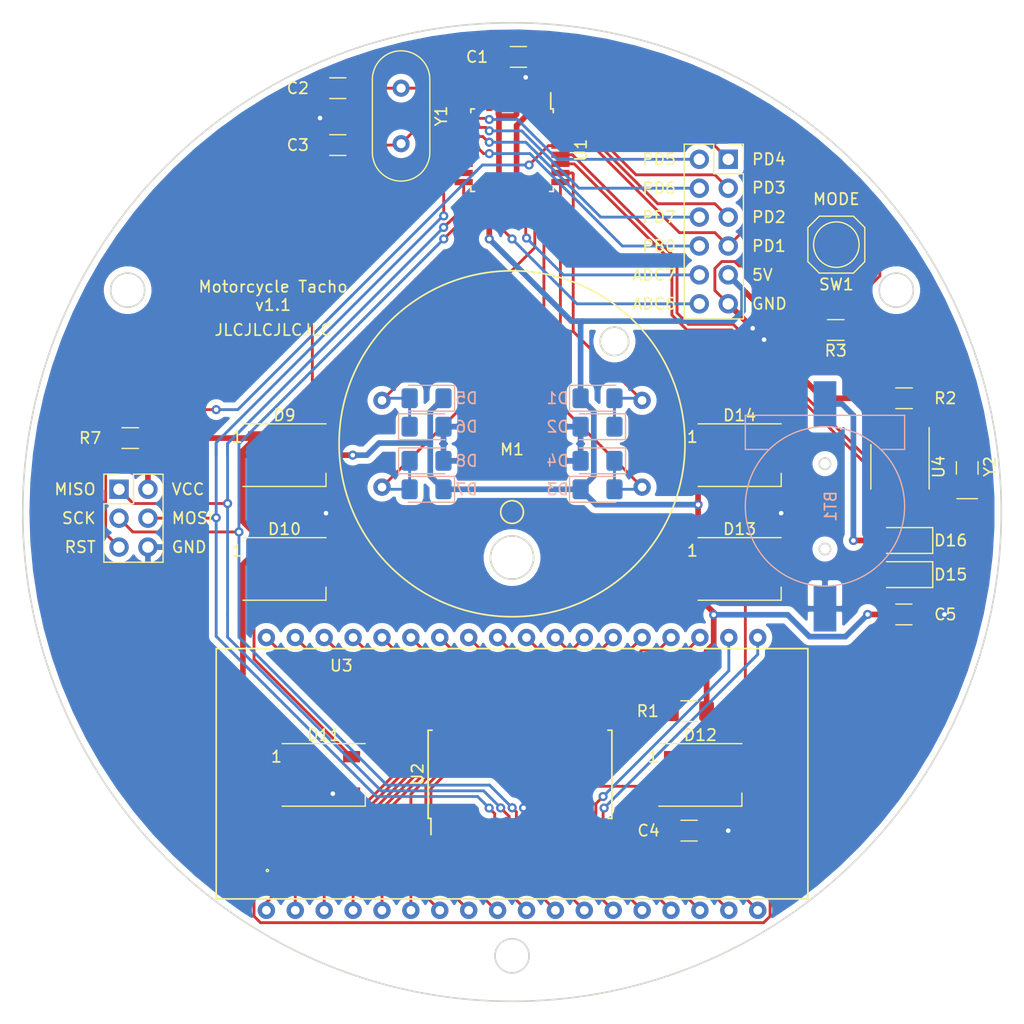
<source format=kicad_pcb>
(kicad_pcb (version 20171130) (host pcbnew 5.1.10)
  (layers (0 F.Cu signal) (31 B.Cu signal) (34 B.Paste user) (35 F.Paste user) (36 B.SilkS user) (37 F.SilkS user) (38 B.Mask user) (39 F.Mask user) (44 Edge.Cuts user))
  (net 0 "")
  (net 1 +5V)
  (net 2 GND)
  (net 3 /RESET)
  (net 4 /SEG8)
  (net 5 /SEG9)
  (net 6 /SEG10)
  (net 7 /SEG11)
  (net 8 /SEG12)
  (net 9 /SEG13)
  (net 10 /SEG14)
  (net 11 /SEG15)
  (net 12 /SEG16)
  (net 13 /SEG17)
  (net 14 /SEG18)
  (net 15 /SEG19)
  (net 16 /SEG20)
  (net 17 /SEG21)
  (net 18 /SEG22)
  (net 19 /SEG23)
  (net 20 /SEG24)
  (net 21 /SEG25)
  (net 22 /SEG26)
  (net 23 /SEG27)
  (net 24 /SEG28)
  (net 25 /SEG29)
  (net 26 /SEG30)
  (net 27 /SEG31)
  (net 28 /COM3)
  (net 29 /COM2)
  (net 30 /COM1)
  (net 31 /COM0)
  (net 32 "Net-(U2-Pad20)")
  (net 33 "Net-(U2-Pad19)")
  (net 34 "Net-(U2-Pad18)")
  (net 35 "Net-(U2-Pad15)")
  (net 36 "Net-(U2-Pad14)")
  (net 37 "Net-(U2-Pad10)")
  (net 38 /SEG0)
  (net 39 /SEG1)
  (net 40 /SEG2)
  (net 41 /SEG3)
  (net 42 /SEG4)
  (net 43 /SEG5)
  (net 44 /SEG6)
  (net 45 /SEG7)
  (net 46 /XTAL1)
  (net 47 /XTAL2)
  (net 48 /MOT_3)
  (net 49 /MOT_4)
  (net 50 /MOT_2)
  (net 51 /MOT_1)
  (net 52 /PB3)
  (net 53 /PB5)
  (net 54 /PB4)
  (net 55 /ADC6)
  (net 56 /ADC7)
  (net 57 /PB0)
  (net 58 /PD1)
  (net 59 /PD7)
  (net 60 /PD2)
  (net 61 /PD6)
  (net 62 /PD3)
  (net 63 /PD5)
  (net 64 /PD4)
  (net 65 /PD0)
  (net 66 "Net-(U4-Pad2)")
  (net 67 "Net-(D10-Pad4)")
  (net 68 "Net-(D10-Pad2)")
  (net 69 "Net-(D11-Pad2)")
  (net 70 "Net-(D12-Pad2)")
  (net 71 "Net-(D13-Pad2)")
  (net 72 "Net-(D14-Pad2)")
  (net 73 "Net-(R1-Pad2)")
  (net 74 "Net-(D15-Pad1)")
  (net 75 "Net-(U4-Pad7)")
  (net 76 "Net-(R2-Pad1)")
  (net 77 "Net-(U4-Pad1)")
  (net 78 "Net-(BT1-Pad1)")
  (net 79 /PC5)
  (net 80 /PC4)
  (net 81 /PB2)
  (net 82 /PB1)
  (module "footprints:Stepper Motor" (layer F.Cu) (at 150 94)
    (fp_text reference M1 (at 0 0.5) (layer F.SilkS))
    (fp_text value Stepper_Motor hide)
    (pad 4 thru_hole circle (at 11.43 3.81) (size 1.524 1.524) (drill 0.762) (layers *.Cu *.Mask) (net 49 /MOT_4))
    (pad 3 thru_hole circle (at 11.43 -3.81) (size 1.524 1.524) (drill 0.762) (layers *.Cu *.Mask) (net 48 /MOT_3))
    (pad 2 thru_hole circle (at -11.43 -3.81) (size 1.524 1.524) (drill 0.762) (layers *.Cu *.Mask) (net 50 /MOT_2))
    (pad 1 thru_hole circle (at -11.43 3.81) (size 1.524 1.524) (drill 0.762) (layers *.Cu *.Mask) (net 51 /MOT_1))
  )
  (module footprints:TS_1187A (layer F.Cu) (at 178.5 76.5)
    (fp_text reference SW1 (at 0 3.5) (layer F.SilkS))
    (fp_text value SW_MEC_5E)
    (pad 4 smd rect (at 3 1.875) (size 1 0.75) (layers F.Cu F.Paste F.Mask) (net 2 GND))
    (pad 3 smd rect (at -3 1.875) (size 1 0.75) (layers F.Cu F.Paste F.Mask) (net 2 GND))
    (pad 2 smd rect (at 3 -1.875) (size 1 0.75) (layers F.Cu F.Paste F.Mask) (net 58 /PD1))
    (pad 1 smd rect (at -3 -1.875) (size 1 0.75) (layers F.Cu F.Paste F.Mask) (net 58 /PD1))
  )
  (module Resistor_SMD:R_1206_3216Metric_Pad1.30x1.75mm_HandSolder (layer F.Cu) (at 178.45 84 180)
    (fp_text reference R3 (at 0 -1.82) (layer F.SilkS))
    (fp_text value 10k)
    (pad 2 smd roundrect (at 1.55 0 180) (size 1.3 1.75) (layers F.Cu F.Paste F.Mask) (roundrect_rratio 0.192308) (net 1 +5V))
    (pad 1 smd roundrect (at -1.55 0 180) (size 1.3 1.75) (layers F.Cu F.Paste F.Mask) (roundrect_rratio 0.192308) (net 58 /PD1))
  )
  (module Crystal:Crystal_SMD_EuroQuartz_EQ161-2Pin_3.2x1.5mm_HandSoldering (layer F.Cu) (at 190 96.125 90)
    (fp_text reference Y2 (at 0.125 2 90) (layer F.SilkS))
    (fp_text value Crystal hide)
    (pad 2 smd rect (at 1.625 0 90) (size 1.75 1.8) (layers F.Cu F.Paste F.Mask) (net 66 "Net-(U4-Pad2)"))
    (pad 1 smd rect (at -1.625 0 90) (size 1.75 1.8) (layers F.Cu F.Paste F.Mask) (net 77 "Net-(U4-Pad1)"))
  )
  (module Capacitor_SMD:C_1206_3216Metric_Pad1.33x1.80mm_HandSolder (layer F.Cu) (at 184.4375 109)
    (fp_text reference C5 (at 2.5625 0) (layer F.SilkS) (effects (justify left)))
    (fp_text value 100n hide)
    (pad 2 smd roundrect (at 1.5625 0) (size 1.325 1.8) (layers F.Cu F.Paste F.Mask) (roundrect_rratio 0.188679) (net 2 GND))
    (pad 1 smd roundrect (at -1.5625 0) (size 1.325 1.8) (layers F.Cu F.Paste F.Mask) (roundrect_rratio 0.188679) (net 1 +5V))
  )
  (module Connector_PinSocket_2.54mm:PinSocket_2x06_P2.54mm_Vertical (layer F.Cu) (at 169 69)
    (fp_text reference J2 hide)
    (fp_text value Conn_02x06_Counter_Clockwise hide)
    (pad 12 thru_hole oval (at -2.54 12.7) (size 1.7 1.7) (drill 1) (layers *.Cu *.Mask) (net 55 /ADC6))
    (pad 11 thru_hole oval (at 0 12.7) (size 1.7 1.7) (drill 1) (layers *.Cu *.Mask) (net 2 GND))
    (pad 10 thru_hole oval (at -2.54 10.16) (size 1.7 1.7) (drill 1) (layers *.Cu *.Mask) (net 56 /ADC7))
    (pad 9 thru_hole oval (at 0 10.16) (size 1.7 1.7) (drill 1) (layers *.Cu *.Mask) (net 1 +5V))
    (pad 8 thru_hole oval (at -2.54 7.62) (size 1.7 1.7) (drill 1) (layers *.Cu *.Mask) (net 57 /PB0))
    (pad 7 thru_hole oval (at 0 7.62) (size 1.7 1.7) (drill 1) (layers *.Cu *.Mask) (net 58 /PD1))
    (pad 6 thru_hole oval (at -2.54 5.08) (size 1.7 1.7) (drill 1) (layers *.Cu *.Mask) (net 59 /PD7))
    (pad 5 thru_hole oval (at 0 5.08) (size 1.7 1.7) (drill 1) (layers *.Cu *.Mask) (net 60 /PD2))
    (pad 4 thru_hole oval (at -2.54 2.54) (size 1.7 1.7) (drill 1) (layers *.Cu *.Mask) (net 61 /PD6))
    (pad 3 thru_hole oval (at 0 2.54) (size 1.7 1.7) (drill 1) (layers *.Cu *.Mask) (net 62 /PD3))
    (pad 2 thru_hole oval (at -2.54 0) (size 1.7 1.7) (drill 1) (layers *.Cu *.Mask) (net 63 /PD5))
    (pad 1 thru_hole rect (at 0 0) (size 1.7 1.7) (drill 1) (layers *.Cu *.Mask) (net 64 /PD4))
  )
  (module Resistor_SMD:R_1206_3216Metric_Pad1.30x1.75mm_HandSolder (layer F.Cu) (at 184.45 90 180)
    (fp_text reference R2 (at -2.55 0 180) (layer F.SilkS) (effects (justify left)))
    (fp_text value R hide)
    (pad 2 smd roundrect (at 1.55 0 180) (size 1.3 1.75) (layers F.Cu F.Paste F.Mask) (roundrect_rratio 0.192308) (net 2 GND))
    (pad 1 smd roundrect (at -1.55 0 180) (size 1.3 1.75) (layers F.Cu F.Paste F.Mask) (roundrect_rratio 0.192308) (net 76 "Net-(R2-Pad1)"))
  )
  (module Diode_SMD:D_1206_3216Metric_Pad1.42x1.75mm_HandSolder (layer F.Cu) (at 184.5125 102.5 180)
    (fp_text reference D16 (at -2.4875 0) (layer F.SilkS) (effects (justify left)))
    (fp_text value D hide)
    (pad 2 smd roundrect (at 1.4875 0 180) (size 1.425 1.75) (layers F.Cu F.Paste F.Mask) (roundrect_rratio 0.175439) (net 78 "Net-(BT1-Pad1)"))
    (pad 1 smd roundrect (at -1.4875 0 180) (size 1.425 1.75) (layers F.Cu F.Paste F.Mask) (roundrect_rratio 0.175439) (net 74 "Net-(D15-Pad1)"))
  )
  (module Diode_SMD:D_1206_3216Metric_Pad1.42x1.75mm_HandSolder (layer F.Cu) (at 184.5125 105.5 180)
    (fp_text reference D15 (at -2.4875 0) (layer F.SilkS) (effects (justify left)))
    (fp_text value D hide)
    (pad 2 smd roundrect (at 1.4875 0 180) (size 1.425 1.75) (layers F.Cu F.Paste F.Mask) (roundrect_rratio 0.175439) (net 1 +5V))
    (pad 1 smd roundrect (at -1.4875 0 180) (size 1.425 1.75) (layers F.Cu F.Paste F.Mask) (roundrect_rratio 0.175439) (net 74 "Net-(D15-Pad1)"))
  )
  (module footprints:CR1220 (layer B.Cu) (at 177.5 99.5 270)
    (fp_text reference BT1 (at 0 -0.5 90) (layer B.SilkS) (effects (justify mirror)))
    (fp_text value Battery_Cell hide)
    (pad 2 smd rect (at 9 0 270) (size 4 2) (layers B.Cu B.Paste B.Mask) (net 2 GND))
    (pad 1 smd rect (at -9 0 270) (size 4 2) (layers B.Cu B.Paste B.Mask) (net 78 "Net-(BT1-Pad1)"))
  )
  (module Package_SO:SOIC-8_3.9x4.9mm_P1.27mm (layer F.Cu) (at 184.095 96.025 270)
    (fp_text reference U4 (at 0 -3.4 90) (layer F.SilkS))
    (fp_text value PCF8563T hide)
    (pad 8 smd roundrect (at 2.475 -1.905 270) (size 1.95 0.6) (layers F.Cu F.Paste F.Mask) (net 74 "Net-(D15-Pad1)"))
    (pad 7 smd roundrect (at 2.475 -0.635 270) (size 1.95 0.6) (layers F.Cu F.Paste F.Mask) (net 75 "Net-(U4-Pad7)"))
    (pad 6 smd roundrect (at 2.475 0.635 270) (size 1.95 0.6) (layers F.Cu F.Paste F.Mask) (net 79 /PC5))
    (pad 5 smd roundrect (at 2.475 1.905 270) (size 1.95 0.6) (layers F.Cu F.Paste F.Mask) (net 80 /PC4))
    (pad 4 smd roundrect (at -2.475 1.905 270) (size 1.95 0.6) (layers F.Cu F.Paste F.Mask) (net 2 GND))
    (pad 3 smd roundrect (at -2.475 0.635 270) (size 1.95 0.6) (layers F.Cu F.Paste F.Mask) (net 76 "Net-(R2-Pad1)"))
    (pad 2 smd roundrect (at -2.475 -0.635 270) (size 1.95 0.6) (layers F.Cu F.Paste F.Mask) (net 66 "Net-(U4-Pad2)"))
    (pad 1 smd roundrect (at -2.475 -1.905 270) (size 1.95 0.6) (layers F.Cu F.Paste F.Mask) (net 77 "Net-(U4-Pad1)"))
  )
  (module Resistor_SMD:R_1206_3216Metric_Pad1.30x1.75mm_HandSolder (layer F.Cu) (at 165.55 117.5 180)
    (fp_text reference R1 (at 2.55 0) (layer F.SilkS) (effects (justify right)))
    (fp_text value 10k hide)
    (pad 2 smd roundrect (at 1.55 0 180) (size 1.3 1.75) (layers F.Cu F.Paste F.Mask) (roundrect_rratio 0.192308) (net 73 "Net-(R1-Pad2)"))
    (pad 1 smd roundrect (at -1.55 0 180) (size 1.3 1.75) (layers F.Cu F.Paste F.Mask) (roundrect_rratio 0.192308) (net 1 +5V))
  )
  (module footprints:VIM878 (layer F.Cu) (at 124 113.5)
    (fp_text reference U3 (at 11 0) (layer F.SilkS))
    (fp_text value VIM878 hide)
    (pad 36 thru_hole circle (at 4.41088 -2.47296) (size 1.524 1.524) (drill 0.762) (layers *.Cu *.Mask) (net 12 /SEG16))
    (pad 35 thru_hole circle (at 6.95088 -2.47296) (size 1.524 1.524) (drill 0.762) (layers *.Cu *.Mask) (net 13 /SEG17))
    (pad 34 thru_hole circle (at 9.49088 -2.47296) (size 1.524 1.524) (drill 0.762) (layers *.Cu *.Mask) (net 14 /SEG18))
    (pad 33 thru_hole circle (at 12.03088 -2.47296) (size 1.524 1.524) (drill 0.762) (layers *.Cu *.Mask) (net 15 /SEG19))
    (pad 32 thru_hole circle (at 14.57088 -2.47296) (size 1.524 1.524) (drill 0.762) (layers *.Cu *.Mask) (net 16 /SEG20))
    (pad 31 thru_hole circle (at 17.11088 -2.47296) (size 1.524 1.524) (drill 0.762) (layers *.Cu *.Mask) (net 17 /SEG21))
    (pad 30 thru_hole circle (at 19.65088 -2.47296) (size 1.524 1.524) (drill 0.762) (layers *.Cu *.Mask) (net 18 /SEG22))
    (pad 29 thru_hole circle (at 22.19088 -2.47296) (size 1.524 1.524) (drill 0.762) (layers *.Cu *.Mask) (net 19 /SEG23))
    (pad 28 thru_hole circle (at 24.73088 -2.47296) (size 1.524 1.524) (drill 0.762) (layers *.Cu *.Mask) (net 20 /SEG24))
    (pad 27 thru_hole circle (at 27.27088 -2.47296) (size 1.524 1.524) (drill 0.762) (layers *.Cu *.Mask) (net 21 /SEG25))
    (pad 26 thru_hole circle (at 29.81088 -2.47296) (size 1.524 1.524) (drill 0.762) (layers *.Cu *.Mask) (net 22 /SEG26))
    (pad 25 thru_hole circle (at 32.35088 -2.47296) (size 1.524 1.524) (drill 0.762) (layers *.Cu *.Mask) (net 23 /SEG27))
    (pad 24 thru_hole circle (at 34.89088 -2.47296) (size 1.524 1.524) (drill 0.762) (layers *.Cu *.Mask) (net 24 /SEG28))
    (pad 23 thru_hole circle (at 37.43088 -2.47296) (size 1.524 1.524) (drill 0.762) (layers *.Cu *.Mask) (net 25 /SEG29))
    (pad 22 thru_hole circle (at 39.97088 -2.47296) (size 1.524 1.524) (drill 0.762) (layers *.Cu *.Mask) (net 26 /SEG30))
    (pad 21 thru_hole circle (at 42.51088 -2.47296) (size 1.524 1.524) (drill 0.762) (layers *.Cu *.Mask) (net 27 /SEG31))
    (pad 20 thru_hole circle (at 45.05088 -2.47296) (size 1.524 1.524) (drill 0.762) (layers *.Cu *.Mask) (net 29 /COM2))
    (pad 19 thru_hole circle (at 47.59088 -2.47296) (size 1.524 1.524) (drill 0.762) (layers *.Cu *.Mask) (net 28 /COM3))
    (pad 18 thru_hole circle (at 47.59088 21.5) (size 1.524 1.524) (drill 0.762) (layers *.Cu *.Mask) (net 30 /COM1))
    (pad 17 thru_hole circle (at 45.05088 21.5) (size 1.524 1.524) (drill 0.762) (layers *.Cu *.Mask) (net 31 /COM0))
    (pad 16 thru_hole circle (at 42.51088 21.5) (size 1.524 1.524) (drill 0.762) (layers *.Cu *.Mask) (net 38 /SEG0))
    (pad 15 thru_hole circle (at 39.97088 21.5) (size 1.524 1.524) (drill 0.762) (layers *.Cu *.Mask) (net 39 /SEG1))
    (pad 14 thru_hole circle (at 37.43088 21.5) (size 1.524 1.524) (drill 0.762) (layers *.Cu *.Mask) (net 40 /SEG2))
    (pad 13 thru_hole circle (at 34.89088 21.5) (size 1.524 1.524) (drill 0.762) (layers *.Cu *.Mask) (net 41 /SEG3))
    (pad 12 thru_hole circle (at 32.35088 21.5) (size 1.524 1.524) (drill 0.762) (layers *.Cu *.Mask) (net 42 /SEG4))
    (pad 11 thru_hole circle (at 29.81088 21.5) (size 1.524 1.524) (drill 0.762) (layers *.Cu *.Mask) (net 43 /SEG5))
    (pad 10 thru_hole circle (at 27.27088 21.5) (size 1.524 1.524) (drill 0.762) (layers *.Cu *.Mask) (net 44 /SEG6))
    (pad 9 thru_hole circle (at 24.73088 21.5) (size 1.524 1.524) (drill 0.762) (layers *.Cu *.Mask) (net 45 /SEG7))
    (pad 8 thru_hole circle (at 22.19088 21.5) (size 1.524 1.524) (drill 0.762) (layers *.Cu *.Mask) (net 11 /SEG15))
    (pad 7 thru_hole circle (at 19.65088 21.5) (size 1.524 1.524) (drill 0.762) (layers *.Cu *.Mask) (net 10 /SEG14))
    (pad 6 thru_hole circle (at 17.11088 21.5) (size 1.524 1.524) (drill 0.762) (layers *.Cu *.Mask) (net 9 /SEG13))
    (pad 5 thru_hole circle (at 14.57088 21.5) (size 1.524 1.524) (drill 0.762) (layers *.Cu *.Mask) (net 8 /SEG12))
    (pad 4 thru_hole circle (at 12.03088 21.5) (size 1.524 1.524) (drill 0.762) (layers *.Cu *.Mask) (net 7 /SEG11))
    (pad 3 thru_hole circle (at 9.49088 21.5) (size 1.524 1.524) (drill 0.762) (layers *.Cu *.Mask) (net 6 /SEG10))
    (pad 2 thru_hole circle (at 6.95088 21.5) (size 1.524 1.524) (drill 0.762) (layers *.Cu *.Mask) (net 5 /SEG9))
    (pad 1 thru_hole circle (at 4.41088 21.5) (size 1.524 1.524) (drill 0.762) (layers *.Cu *.Mask) (net 4 /SEG8))
  )
  (module LED_SMD:LED_WS2812B_PLCC4_5.0x5.0mm_P3.2mm (layer F.Cu) (at 170 95)
    (fp_text reference D14 (at 0 -3.5) (layer F.SilkS))
    (fp_text value WS2812B hide)
    (fp_text user 1 (at -4.15 -1.6) (layer F.SilkS))
    (pad 1 smd rect (at -2.45 -1.6) (size 1.5 1) (layers F.Cu F.Paste F.Mask) (net 1 +5V))
    (pad 2 smd rect (at -2.45 1.6) (size 1.5 1) (layers F.Cu F.Paste F.Mask) (net 72 "Net-(D14-Pad2)"))
    (pad 4 smd rect (at 2.45 -1.6) (size 1.5 1) (layers F.Cu F.Paste F.Mask) (net 71 "Net-(D13-Pad2)"))
    (pad 3 smd rect (at 2.45 1.6) (size 1.5 1) (layers F.Cu F.Paste F.Mask) (net 2 GND))
  )
  (module LED_SMD:LED_WS2812B_PLCC4_5.0x5.0mm_P3.2mm (layer F.Cu) (at 170 105)
    (fp_text reference D13 (at 0 -3.5) (layer F.SilkS))
    (fp_text value WS2812B hide)
    (fp_text user 1 (at -4.15 -1.6) (layer F.SilkS))
    (pad 1 smd rect (at -2.45 -1.6) (size 1.5 1) (layers F.Cu F.Paste F.Mask) (net 1 +5V))
    (pad 2 smd rect (at -2.45 1.6) (size 1.5 1) (layers F.Cu F.Paste F.Mask) (net 71 "Net-(D13-Pad2)"))
    (pad 4 smd rect (at 2.45 -1.6) (size 1.5 1) (layers F.Cu F.Paste F.Mask) (net 70 "Net-(D12-Pad2)"))
    (pad 3 smd rect (at 2.45 1.6) (size 1.5 1) (layers F.Cu F.Paste F.Mask) (net 2 GND))
  )
  (module LED_SMD:LED_WS2812B_PLCC4_5.0x5.0mm_P3.2mm (layer F.Cu) (at 166.55 123.1)
    (fp_text reference D12 (at 0 -3.5) (layer F.SilkS))
    (fp_text value WS2812B hide)
    (fp_text user 1 (at -4.15 -1.6) (layer F.SilkS))
    (pad 1 smd rect (at -2.45 -1.6) (size 1.5 1) (layers F.Cu F.Paste F.Mask) (net 1 +5V))
    (pad 2 smd rect (at -2.45 1.6) (size 1.5 1) (layers F.Cu F.Paste F.Mask) (net 70 "Net-(D12-Pad2)"))
    (pad 4 smd rect (at 2.45 -1.6) (size 1.5 1) (layers F.Cu F.Paste F.Mask) (net 69 "Net-(D11-Pad2)"))
    (pad 3 smd rect (at 2.45 1.6) (size 1.5 1) (layers F.Cu F.Paste F.Mask) (net 2 GND))
  )
  (module LED_SMD:LED_WS2812B_PLCC4_5.0x5.0mm_P3.2mm (layer F.Cu) (at 133.45 123.1)
    (fp_text reference D11 (at 0 -3.5) (layer F.SilkS))
    (fp_text value WS2812B hide)
    (fp_text user 1 (at -4.15 -1.6) (layer F.SilkS))
    (pad 1 smd rect (at -2.45 -1.6) (size 1.5 1) (layers F.Cu F.Paste F.Mask) (net 1 +5V))
    (pad 2 smd rect (at -2.45 1.6) (size 1.5 1) (layers F.Cu F.Paste F.Mask) (net 69 "Net-(D11-Pad2)"))
    (pad 4 smd rect (at 2.45 -1.6) (size 1.5 1) (layers F.Cu F.Paste F.Mask) (net 68 "Net-(D10-Pad2)"))
    (pad 3 smd rect (at 2.45 1.6) (size 1.5 1) (layers F.Cu F.Paste F.Mask) (net 2 GND))
  )
  (module LED_SMD:LED_WS2812B_PLCC4_5.0x5.0mm_P3.2mm (layer F.Cu) (at 130 105)
    (fp_text reference D10 (at 0 -3.5) (layer F.SilkS))
    (fp_text value WS2812B hide)
    (fp_text user 1 (at -4.15 -1.6) (layer F.SilkS))
    (pad 1 smd rect (at -2.45 -1.6) (size 1.5 1) (layers F.Cu F.Paste F.Mask) (net 1 +5V))
    (pad 2 smd rect (at -2.45 1.6) (size 1.5 1) (layers F.Cu F.Paste F.Mask) (net 68 "Net-(D10-Pad2)"))
    (pad 4 smd rect (at 2.45 -1.6) (size 1.5 1) (layers F.Cu F.Paste F.Mask) (net 67 "Net-(D10-Pad4)"))
    (pad 3 smd rect (at 2.45 1.6) (size 1.5 1) (layers F.Cu F.Paste F.Mask) (net 2 GND))
  )
  (module LED_SMD:LED_WS2812B_PLCC4_5.0x5.0mm_P3.2mm (layer F.Cu) (at 130 95)
    (fp_text reference D9 (at 0 -3.5) (layer F.SilkS))
    (fp_text value WS2812B hide)
    (fp_text user 1 (at -4.15 -1.6) (layer F.SilkS))
    (pad 1 smd rect (at -2.45 -1.6) (size 1.5 1) (layers F.Cu F.Paste F.Mask) (net 1 +5V))
    (pad 2 smd rect (at -2.45 1.6) (size 1.5 1) (layers F.Cu F.Paste F.Mask) (net 67 "Net-(D10-Pad4)"))
    (pad 4 smd rect (at 2.45 -1.6) (size 1.5 1) (layers F.Cu F.Paste F.Mask) (net 81 /PB2))
    (pad 3 smd rect (at 2.45 1.6) (size 1.5 1) (layers F.Cu F.Paste F.Mask) (net 2 GND))
  )
  (module Connector_PinHeader_2.54mm:PinHeader_2x03_P2.54mm_Vertical (layer F.Cu) (at 115.46 98)
    (fp_text reference J1 hide)
    (fp_text value AVR-ISP-6 hide)
    (pad 6 thru_hole oval (at 2.54 5.08) (size 1.7 1.7) (drill 1) (layers *.Cu *.Mask) (net 2 GND))
    (pad 5 thru_hole oval (at 0 5.08) (size 1.7 1.7) (drill 1) (layers *.Cu *.Mask) (net 3 /RESET))
    (pad 4 thru_hole oval (at 2.54 2.54) (size 1.7 1.7) (drill 1) (layers *.Cu *.Mask) (net 52 /PB3))
    (pad 3 thru_hole oval (at 0 2.54) (size 1.7 1.7) (drill 1) (layers *.Cu *.Mask) (net 53 /PB5))
    (pad 2 thru_hole oval (at 2.54 0) (size 1.7 1.7) (drill 1) (layers *.Cu *.Mask) (net 1 +5V))
    (pad 1 thru_hole rect (at 0 0) (size 1.7 1.7) (drill 1) (layers *.Cu *.Mask) (net 54 /PB4))
  )
  (module footprints:HT1621B (layer F.Cu) (at 150.7 123.05 90)
    (fp_text reference U2 (at 0 -9 90) (layer F.SilkS))
    (fp_text value HT1621B hide)
    (pad 1 smd rect (at -5.3 -7.3025 90) (size 2.4 0.4) (layers F.Cu F.Paste F.Mask) (net 45 /SEG7))
    (pad 2 smd rect (at -5.3 -6.6675 90) (size 2.4 0.4) (layers F.Cu F.Paste F.Mask) (net 44 /SEG6))
    (pad 3 smd rect (at -5.3 -6.0325 90) (size 2.4 0.4) (layers F.Cu F.Paste F.Mask) (net 43 /SEG5))
    (pad 4 smd rect (at -5.3 -5.3975 90) (size 2.4 0.4) (layers F.Cu F.Paste F.Mask) (net 42 /SEG4))
    (pad 5 smd rect (at -5.3 -4.7625 90) (size 2.4 0.4) (layers F.Cu F.Paste F.Mask) (net 41 /SEG3))
    (pad 6 smd rect (at -5.3 -4.1275 90) (size 2.4 0.4) (layers F.Cu F.Paste F.Mask) (net 40 /SEG2))
    (pad 7 smd rect (at -5.3 -3.4925 90) (size 2.4 0.4) (layers F.Cu F.Paste F.Mask) (net 39 /SEG1))
    (pad 8 smd rect (at -5.3 -2.8575 90) (size 2.4 0.4) (layers F.Cu F.Paste F.Mask) (net 38 /SEG0))
    (pad 9 smd rect (at -5.3 -2.2225 90) (size 2.4 0.4) (layers F.Cu F.Paste F.Mask) (net 52 /PB3))
    (pad 10 smd rect (at -5.3 -1.5875 90) (size 2.4 0.4) (layers F.Cu F.Paste F.Mask) (net 37 "Net-(U2-Pad10)"))
    (pad 11 smd rect (at -5.3 -0.9525 90) (size 2.4 0.4) (layers F.Cu F.Paste F.Mask) (net 54 /PB4))
    (pad 12 smd rect (at -5.3 -0.3175 90) (size 2.4 0.4) (layers F.Cu F.Paste F.Mask) (net 53 /PB5))
    (pad 13 smd rect (at -5.3 0.3175 90) (size 2.4 0.4) (layers F.Cu F.Paste F.Mask) (net 2 GND))
    (pad 14 smd rect (at -5.3 0.9525 90) (size 2.4 0.4) (layers F.Cu F.Paste F.Mask) (net 36 "Net-(U2-Pad14)"))
    (pad 15 smd rect (at -5.3 1.5875 90) (size 2.4 0.4) (layers F.Cu F.Paste F.Mask) (net 35 "Net-(U2-Pad15)"))
    (pad 16 smd rect (at -5.3 2.2225 90) (size 2.4 0.4) (layers F.Cu F.Paste F.Mask) (net 73 "Net-(R1-Pad2)"))
    (pad 17 smd rect (at -5.3 2.8575 90) (size 2.4 0.4) (layers F.Cu F.Paste F.Mask) (net 1 +5V))
    (pad 18 smd rect (at -5.3 3.4925 90) (size 2.4 0.4) (layers F.Cu F.Paste F.Mask) (net 34 "Net-(U2-Pad18)"))
    (pad 19 smd rect (at -5.3 4.1275 90) (size 2.4 0.4) (layers F.Cu F.Paste F.Mask) (net 33 "Net-(U2-Pad19)"))
    (pad 20 smd rect (at -5.3 4.7625 90) (size 2.4 0.4) (layers F.Cu F.Paste F.Mask) (net 32 "Net-(U2-Pad20)"))
    (pad 21 smd rect (at -5.3 5.3975 90) (size 2.4 0.4) (layers F.Cu F.Paste F.Mask) (net 31 /COM0))
    (pad 22 smd rect (at -5.3 6.0325 90) (size 2.4 0.4) (layers F.Cu F.Paste F.Mask) (net 30 /COM1))
    (pad 23 smd rect (at -5.3 6.6675 90) (size 2.4 0.4) (layers F.Cu F.Paste F.Mask) (net 29 /COM2))
    (pad 24 smd rect (at -5.3 7.3025 90) (size 2.4 0.4) (layers F.Cu F.Paste F.Mask) (net 28 /COM3))
    (pad 25 smd rect (at 5.3 7.3025 90) (size 2.4 0.4) (layers F.Cu F.Paste F.Mask) (net 27 /SEG31))
    (pad 26 smd rect (at 5.3 6.6675 90) (size 2.4 0.4) (layers F.Cu F.Paste F.Mask) (net 26 /SEG30))
    (pad 27 smd rect (at 5.3 6.0325 90) (size 2.4 0.4) (layers F.Cu F.Paste F.Mask) (net 25 /SEG29))
    (pad 28 smd rect (at 5.3 5.3975 90) (size 2.4 0.4) (layers F.Cu F.Paste F.Mask) (net 24 /SEG28))
    (pad 29 smd rect (at 5.3 4.7625 90) (size 2.4 0.4) (layers F.Cu F.Paste F.Mask) (net 23 /SEG27))
    (pad 30 smd rect (at 5.3 4.1275 90) (size 2.4 0.4) (layers F.Cu F.Paste F.Mask) (net 22 /SEG26))
    (pad 31 smd rect (at 5.3 3.4925 90) (size 2.4 0.4) (layers F.Cu F.Paste F.Mask) (net 21 /SEG25))
    (pad 32 smd rect (at 5.3 2.8575 90) (size 2.4 0.4) (layers F.Cu F.Paste F.Mask) (net 20 /SEG24))
    (pad 33 smd rect (at 5.3 2.2225 90) (size 2.4 0.4) (layers F.Cu F.Paste F.Mask) (net 19 /SEG23))
    (pad 34 smd rect (at 5.3 1.5875 90) (size 2.4 0.4) (layers F.Cu F.Paste F.Mask) (net 18 /SEG22))
    (pad 35 smd rect (at 5.3 0.9525 90) (size 2.4 0.4) (layers F.Cu F.Paste F.Mask) (net 17 /SEG21))
    (pad 36 smd rect (at 5.3 0.3175 90) (size 2.4 0.4) (layers F.Cu F.Paste F.Mask) (net 16 /SEG20))
    (pad 37 smd rect (at 5.3 -0.3175 90) (size 2.4 0.4) (layers F.Cu F.Paste F.Mask) (net 15 /SEG19))
    (pad 38 smd rect (at 5.3 -0.9525 90) (size 2.4 0.4) (layers F.Cu F.Paste F.Mask) (net 14 /SEG18))
    (pad 39 smd rect (at 5.3 -1.5875 90) (size 2.4 0.4) (layers F.Cu F.Paste F.Mask) (net 13 /SEG17))
    (pad 40 smd rect (at 5.3 -2.2225 90) (size 2.4 0.4) (layers F.Cu F.Paste F.Mask) (net 12 /SEG16))
    (pad 41 smd rect (at 5.3 -2.8575 90) (size 2.4 0.4) (layers F.Cu F.Paste F.Mask) (net 11 /SEG15))
    (pad 42 smd rect (at 5.3 -3.4925 90) (size 2.4 0.4) (layers F.Cu F.Paste F.Mask) (net 10 /SEG14))
    (pad 43 smd rect (at 5.3 -4.1275 90) (size 2.4 0.4) (layers F.Cu F.Paste F.Mask) (net 9 /SEG13))
    (pad 44 smd rect (at 5.3 -4.7625 90) (size 2.4 0.4) (layers F.Cu F.Paste F.Mask) (net 8 /SEG12))
    (pad 45 smd rect (at 5.3 -5.3975 90) (size 2.4 0.4) (layers F.Cu F.Paste F.Mask) (net 7 /SEG11))
    (pad 46 smd rect (at 5.3 -6.0325 90) (size 2.4 0.4) (layers F.Cu F.Paste F.Mask) (net 6 /SEG10))
    (pad 47 smd rect (at 5.3 -6.6675 90) (size 2.4 0.4) (layers F.Cu F.Paste F.Mask) (net 5 /SEG9))
    (pad 48 smd rect (at 5.3 -7.3025 90) (size 2.4 0.4) (layers F.Cu F.Paste F.Mask) (net 4 /SEG8))
  )
  (module Capacitor_SMD:C_1206_3216Metric_Pad1.33x1.80mm_HandSolder (layer F.Cu) (at 165.5625 128)
    (fp_text reference C4 (at -3.5625 0) (layer F.SilkS))
    (fp_text value C hide)
    (pad 2 smd roundrect (at 1.5625 0) (size 1.325 1.8) (layers F.Cu F.Paste F.Mask) (roundrect_rratio 0.188679) (net 2 GND))
    (pad 1 smd roundrect (at -1.5625 0) (size 1.325 1.8) (layers F.Cu F.Paste F.Mask) (roundrect_rratio 0.188679) (net 1 +5V))
  )
  (module Crystal:Crystal_HC49-4H_Vertical (layer F.Cu) (at 140.25 62.75 270)
    (fp_text reference Y1 (at 2.44 -3.525 90) (layer F.SilkS))
    (fp_text value 16MHz hide)
    (pad 2 thru_hole circle (at 4.88 0 270) (size 1.5 1.5) (drill 0.8) (layers *.Cu *.Mask) (net 47 /XTAL2))
    (pad 1 thru_hole circle (at 0 0 270) (size 1.5 1.5) (drill 0.8) (layers *.Cu *.Mask) (net 46 /XTAL1))
  )
  (module Resistor_SMD:R_1206_3216Metric_Pad1.30x1.75mm_HandSolder (layer F.Cu) (at 116.45 93.5)
    (fp_text reference R7 (at -2.45 0) (layer F.SilkS) (effects (justify right)))
    (fp_text value 10k hide)
    (pad 2 smd roundrect (at 1.55 0) (size 1.3 1.75) (layers F.Cu F.Paste F.Mask) (roundrect_rratio 0.192308) (net 1 +5V))
    (pad 1 smd roundrect (at -1.55 0) (size 1.3 1.75) (layers F.Cu F.Paste F.Mask) (roundrect_rratio 0.192308) (net 3 /RESET))
  )
  (module Capacitor_SMD:C_1206_3216Metric_Pad1.33x1.80mm_HandSolder (layer F.Cu) (at 134.6875 67.75 180)
    (fp_text reference C3 (at 2.4375 0) (layer F.SilkS) (effects (justify right)))
    (fp_text value 22p hide)
    (pad 2 smd roundrect (at 1.5625 0 180) (size 1.325 1.8) (layers F.Cu F.Paste F.Mask) (roundrect_rratio 0.188679) (net 2 GND))
    (pad 1 smd roundrect (at -1.5625 0 180) (size 1.325 1.8) (layers F.Cu F.Paste F.Mask) (roundrect_rratio 0.188679) (net 47 /XTAL2))
  )
  (module Capacitor_SMD:C_1206_3216Metric_Pad1.33x1.80mm_HandSolder (layer F.Cu) (at 134.6875 62.75 180)
    (fp_text reference C2 (at 2.4375 0) (layer F.SilkS) (effects (justify right)))
    (fp_text value 22p hide)
    (pad 2 smd roundrect (at 1.5625 0 180) (size 1.325 1.8) (layers F.Cu F.Paste F.Mask) (roundrect_rratio 0.188679) (net 2 GND))
    (pad 1 smd roundrect (at -1.5625 0 180) (size 1.325 1.8) (layers F.Cu F.Paste F.Mask) (roundrect_rratio 0.188679) (net 46 /XTAL1))
  )
  (module Capacitor_SMD:C_1206_3216Metric_Pad1.33x1.80mm_HandSolder (layer F.Cu) (at 150.5625 60)
    (fp_text reference C1 (at -2.5625 0) (layer F.SilkS) (effects (justify right)))
    (fp_text value 0.1u hide)
    (pad 2 smd roundrect (at 1.5625 0) (size 1.325 1.8) (layers F.Cu F.Paste F.Mask) (roundrect_rratio 0.188679) (net 2 GND))
    (pad 1 smd roundrect (at -1.5625 0) (size 1.325 1.8) (layers F.Cu F.Paste F.Mask) (roundrect_rratio 0.188679) (net 1 +5V))
  )
  (module Package_QFP:TQFP-32_7x7mm_P0.8mm (layer F.Cu) (at 150 68.2 270)
    (fp_text reference U1 (at 0 -6.05 90) (layer F.SilkS))
    (fp_text value ATmega328P-AU hide)
    (pad 32 smd rect (at -2.8 -4.25) (size 1.6 0.55) (layers F.Cu F.Paste F.Mask) (net 60 /PD2))
    (pad 31 smd rect (at -2 -4.25) (size 1.6 0.55) (layers F.Cu F.Paste F.Mask) (net 58 /PD1))
    (pad 30 smd rect (at -1.2 -4.25) (size 1.6 0.55) (layers F.Cu F.Paste F.Mask) (net 65 /PD0))
    (pad 29 smd rect (at -0.4 -4.25) (size 1.6 0.55) (layers F.Cu F.Paste F.Mask) (net 3 /RESET))
    (pad 28 smd rect (at 0.4 -4.25) (size 1.6 0.55) (layers F.Cu F.Paste F.Mask) (net 79 /PC5))
    (pad 27 smd rect (at 1.2 -4.25) (size 1.6 0.55) (layers F.Cu F.Paste F.Mask) (net 80 /PC4))
    (pad 26 smd rect (at 2 -4.25) (size 1.6 0.55) (layers F.Cu F.Paste F.Mask) (net 48 /MOT_3))
    (pad 25 smd rect (at 2.8 -4.25) (size 1.6 0.55) (layers F.Cu F.Paste F.Mask) (net 49 /MOT_4))
    (pad 24 smd rect (at 4.25 -2.8 270) (size 1.6 0.55) (layers F.Cu F.Paste F.Mask) (net 51 /MOT_1))
    (pad 23 smd rect (at 4.25 -2 270) (size 1.6 0.55) (layers F.Cu F.Paste F.Mask) (net 50 /MOT_2))
    (pad 22 smd rect (at 4.25 -1.2 270) (size 1.6 0.55) (layers F.Cu F.Paste F.Mask) (net 56 /ADC7))
    (pad 21 smd rect (at 4.25 -0.4 270) (size 1.6 0.55) (layers F.Cu F.Paste F.Mask) (net 2 GND))
    (pad 20 smd rect (at 4.25 0.4 270) (size 1.6 0.55) (layers F.Cu F.Paste F.Mask) (net 1 +5V))
    (pad 19 smd rect (at 4.25 1.2 270) (size 1.6 0.55) (layers F.Cu F.Paste F.Mask) (net 55 /ADC6))
    (pad 18 smd rect (at 4.25 2 270) (size 1.6 0.55) (layers F.Cu F.Paste F.Mask) (net 1 +5V))
    (pad 17 smd rect (at 4.25 2.8 270) (size 1.6 0.55) (layers F.Cu F.Paste F.Mask) (net 53 /PB5))
    (pad 16 smd rect (at 2.8 4.25) (size 1.6 0.55) (layers F.Cu F.Paste F.Mask) (net 54 /PB4))
    (pad 15 smd rect (at 2 4.25) (size 1.6 0.55) (layers F.Cu F.Paste F.Mask) (net 52 /PB3))
    (pad 14 smd rect (at 1.2 4.25) (size 1.6 0.55) (layers F.Cu F.Paste F.Mask) (net 81 /PB2))
    (pad 13 smd rect (at 0.4 4.25) (size 1.6 0.55) (layers F.Cu F.Paste F.Mask) (net 82 /PB1))
    (pad 12 smd rect (at -0.4 4.25) (size 1.6 0.55) (layers F.Cu F.Paste F.Mask) (net 57 /PB0))
    (pad 11 smd rect (at -1.2 4.25) (size 1.6 0.55) (layers F.Cu F.Paste F.Mask) (net 59 /PD7))
    (pad 10 smd rect (at -2 4.25) (size 1.6 0.55) (layers F.Cu F.Paste F.Mask) (net 61 /PD6))
    (pad 9 smd rect (at -2.8 4.25) (size 1.6 0.55) (layers F.Cu F.Paste F.Mask) (net 63 /PD5))
    (pad 8 smd rect (at -4.25 2.8 270) (size 1.6 0.55) (layers F.Cu F.Paste F.Mask) (net 47 /XTAL2))
    (pad 7 smd rect (at -4.25 2 270) (size 1.6 0.55) (layers F.Cu F.Paste F.Mask) (net 46 /XTAL1))
    (pad 6 smd rect (at -4.25 1.2 270) (size 1.6 0.55) (layers F.Cu F.Paste F.Mask) (net 1 +5V))
    (pad 5 smd rect (at -4.25 0.4 270) (size 1.6 0.55) (layers F.Cu F.Paste F.Mask) (net 2 GND))
    (pad 4 smd rect (at -4.25 -0.4 270) (size 1.6 0.55) (layers F.Cu F.Paste F.Mask) (net 1 +5V))
    (pad 3 smd rect (at -4.25 -1.2 270) (size 1.6 0.55) (layers F.Cu F.Paste F.Mask) (net 2 GND))
    (pad 2 smd rect (at -4.25 -2 270) (size 1.6 0.55) (layers F.Cu F.Paste F.Mask) (net 64 /PD4))
    (pad 1 smd rect (at -4.25 -2.8 270) (size 1.6 0.55) (layers F.Cu F.Paste F.Mask) (net 62 /PD3))
  )
  (module Diode_SMD:D_1206_3216Metric_Pad1.42x1.75mm_HandSolder (layer B.Cu) (at 142.4875 95.5)
    (fp_text reference D8 (at 3.5125 0) (layer B.SilkS) (effects (justify mirror)))
    (fp_text value 1N4001 hide)
    (pad 2 smd roundrect (at 1.4875 0) (size 1.425 1.75) (layers B.Cu B.Paste B.Mask) (roundrect_rratio 0.175439) (net 2 GND))
    (pad 1 smd roundrect (at -1.4875 0) (size 1.425 1.75) (layers B.Cu B.Paste B.Mask) (roundrect_rratio 0.175439) (net 51 /MOT_1))
  )
  (module Diode_SMD:D_1206_3216Metric_Pad1.42x1.75mm_HandSolder (layer B.Cu) (at 142.4875 98 180)
    (fp_text reference D7 (at -3.5125 0) (layer B.SilkS) (effects (justify mirror)))
    (fp_text value 1N4001 hide)
    (pad 2 smd roundrect (at 1.4875 0 180) (size 1.425 1.75) (layers B.Cu B.Paste B.Mask) (roundrect_rratio 0.175439) (net 51 /MOT_1))
    (pad 1 smd roundrect (at -1.4875 0 180) (size 1.425 1.75) (layers B.Cu B.Paste B.Mask) (roundrect_rratio 0.175439) (net 1 +5V))
  )
  (module Diode_SMD:D_1206_3216Metric_Pad1.42x1.75mm_HandSolder (layer B.Cu) (at 142.4875 92.5)
    (fp_text reference D6 (at 3.5125 0 180) (layer B.SilkS) (effects (justify mirror)))
    (fp_text value 1N4001 hide)
    (pad 2 smd roundrect (at 1.4875 0) (size 1.425 1.75) (layers B.Cu B.Paste B.Mask) (roundrect_rratio 0.175439) (net 2 GND))
    (pad 1 smd roundrect (at -1.4875 0) (size 1.425 1.75) (layers B.Cu B.Paste B.Mask) (roundrect_rratio 0.175439) (net 50 /MOT_2))
  )
  (module Diode_SMD:D_1206_3216Metric_Pad1.42x1.75mm_HandSolder (layer B.Cu) (at 142.4875 90 180)
    (fp_text reference D5 (at -3.5125 0) (layer B.SilkS) (effects (justify mirror)))
    (fp_text value 1N4001 hide)
    (pad 2 smd roundrect (at 1.4875 0 180) (size 1.425 1.75) (layers B.Cu B.Paste B.Mask) (roundrect_rratio 0.175439) (net 50 /MOT_2))
    (pad 1 smd roundrect (at -1.4875 0 180) (size 1.425 1.75) (layers B.Cu B.Paste B.Mask) (roundrect_rratio 0.175439) (net 1 +5V))
  )
  (module Diode_SMD:D_1206_3216Metric_Pad1.42x1.75mm_HandSolder (layer B.Cu) (at 157.5125 95.5 180)
    (fp_text reference D4 (at 3.5125 0) (layer B.SilkS) (effects (justify mirror)))
    (fp_text value 1N4001 hide)
    (pad 2 smd roundrect (at 1.4875 0 180) (size 1.425 1.75) (layers B.Cu B.Paste B.Mask) (roundrect_rratio 0.175439) (net 2 GND))
    (pad 1 smd roundrect (at -1.4875 0 180) (size 1.425 1.75) (layers B.Cu B.Paste B.Mask) (roundrect_rratio 0.175439) (net 49 /MOT_4))
  )
  (module Diode_SMD:D_1206_3216Metric_Pad1.42x1.75mm_HandSolder (layer B.Cu) (at 157.5125 98)
    (fp_text reference D3 (at -3.5125 0) (layer B.SilkS) (effects (justify mirror)))
    (fp_text value 1N4001 hide)
    (pad 2 smd roundrect (at 1.4875 0) (size 1.425 1.75) (layers B.Cu B.Paste B.Mask) (roundrect_rratio 0.175439) (net 49 /MOT_4))
    (pad 1 smd roundrect (at -1.4875 0) (size 1.425 1.75) (layers B.Cu B.Paste B.Mask) (roundrect_rratio 0.175439) (net 1 +5V))
  )
  (module Diode_SMD:D_1206_3216Metric_Pad1.42x1.75mm_HandSolder (layer B.Cu) (at 157.5125 92.5 180)
    (fp_text reference D2 (at 3.5125 0) (layer B.SilkS) (effects (justify mirror)))
    (fp_text value 1N4001 hide)
    (pad 2 smd roundrect (at 1.4875 0 180) (size 1.425 1.75) (layers B.Cu B.Paste B.Mask) (roundrect_rratio 0.175439) (net 2 GND))
    (pad 1 smd roundrect (at -1.4875 0 180) (size 1.425 1.75) (layers B.Cu B.Paste B.Mask) (roundrect_rratio 0.175439) (net 48 /MOT_3))
  )
  (module Diode_SMD:D_1206_3216Metric_Pad1.42x1.75mm_HandSolder (layer B.Cu) (at 157.5125 90)
    (fp_text reference D1 (at -3.5125 0) (layer B.SilkS) (effects (justify mirror)))
    (fp_text value 1N4001 hide)
    (pad 2 smd roundrect (at 1.4875 0) (size 1.425 1.75) (layers B.Cu B.Paste B.Mask) (roundrect_rratio 0.175439) (net 48 /MOT_3))
    (pad 1 smd roundrect (at -1.4875 0) (size 1.425 1.75) (layers B.Cu B.Paste B.Mask) (roundrect_rratio 0.175439) (net 1 +5V))
  )
  (gr_text MODE (at 178.5 72.5) (layer F.SilkS) (effects (font (size 1 1))))
  (gr_circle (center 177.5 103.25) (end 178 103.25) (layer Edge.Cuts) (width 0.15))
  (gr_circle (center 177.5 95.75) (end 178 95.75) (layer Edge.Cuts) (width 0.15))
  (gr_text JLCJLCJLCJLC (at 129 84) (layer F.SilkS) (effects (font (size 1 1))))
  (gr_text "Motorcycle Tacho\nv1.1" (at 129 81) (layer F.SilkS) (effects (font (size 1 1))))
  (gr_text ADC6 (at 164.5 81.7) (layer F.SilkS) (effects (font (size 1 1)) (justify right)))
  (gr_text ADC7 (at 164.5 79.16) (layer F.SilkS) (effects (font (size 1 1)) (justify right)))
  (gr_text PB0 (at 164.5 76.62) (layer F.SilkS) (effects (font (size 1 1)) (justify right)))
  (gr_text PD7 (at 164.5 74.08) (layer F.SilkS) (effects (font (size 1 1)) (justify right)))
  (gr_text PD6 (at 164.5 71.54) (layer F.SilkS) (effects (font (size 1 1)) (justify right)))
  (gr_text PD5 (at 164.5 69) (layer F.SilkS) (effects (font (size 1 1)) (justify right)))
  (gr_text PD4 (at 171 69) (layer F.SilkS) (effects (font (size 1 1)) (justify left)))
  (gr_text PD3 (at 171 71.5) (layer F.SilkS) (effects (font (size 1 1)) (justify left)))
  (gr_text PD2 (at 171 74.08) (layer F.SilkS) (effects (font (size 1 1)) (justify left)))
  (gr_text PD1 (at 171 76.62) (layer F.SilkS) (effects (font (size 1 1)) (justify left)))
  (gr_text 5V (at 171 79.16) (layer F.SilkS) (effects (font (size 1 1)) (justify left)))
  (gr_text GND (at 171 81.7) (layer F.SilkS) (effects (font (size 1 1)) (justify left)))
  (gr_text MOSI (at 120 100.54) (layer F.SilkS) (effects (font (size 1 1)) (justify left)))
  (gr_text SCK (at 113.5 100.54) (layer F.SilkS) (effects (font (size 1 1)) (justify right)))
  (gr_text MISO (at 113.5 98) (layer F.SilkS) (effects (font (size 1 1)) (justify right)))
  (gr_text VCC (at 120 98) (layer F.SilkS) (effects (font (size 1 1)) (justify left)))
  (gr_text GND (at 120 103.08) (layer F.SilkS) (effects (font (size 1 1)) (justify left)))
  (gr_text RST (at 113.5 103.08) (layer F.SilkS) (effects (font (size 1 1)) (justify right)))
  (gr_circle (center 183.77 80.5) (end 185.27 80.5) (layer Edge.Cuts) (width 0.15))
  (gr_circle (center 116.22 80.5) (end 117.72 80.5) (layer Edge.Cuts) (width 0.15))
  (gr_circle (center 150 139) (end 151.5 139) (layer Edge.Cuts) (width 0.15))
  (gr_circle (center 159 85) (end 160.25 85) (layer Edge.Cuts) (width 0.15))
  (gr_circle (center 150 104) (end 151.9 104) (layer Edge.Cuts) (width 0.15))
  (gr_circle (center 150 100) (end 193 100) (layer Edge.Cuts) (width 0.15))
  (segment (start 148.8 60.2) (end 149 60) (width 0.5) (layer F.Cu) (net 1))
  (segment (start 148.8 63.95) (end 148.8 60.2) (width 0.5) (layer F.Cu) (net 1))
  (segment (start 150.4 65.035002) (end 150.4 63.95) (width 0.5) (layer F.Cu) (net 1))
  (segment (start 150.235001 65.200001) (end 150.4 65.035002) (width 0.5) (layer F.Cu) (net 1))
  (segment (start 148.964999 65.200001) (end 150.235001 65.200001) (width 0.5) (layer F.Cu) (net 1))
  (segment (start 148.8 65.035002) (end 148.964999 65.200001) (width 0.5) (layer F.Cu) (net 1))
  (segment (start 148.8 63.95) (end 148.8 65.035002) (width 0.5) (layer F.Cu) (net 1))
  (segment (start 148 71.364998) (end 148 72.45) (width 0.5) (layer F.Cu) (net 1))
  (segment (start 148.164999 71.199999) (end 148 71.364998) (width 0.5) (layer F.Cu) (net 1))
  (segment (start 149.6 71.364998) (end 149.435001 71.199999) (width 0.5) (layer F.Cu) (net 1))
  (segment (start 149.6 72.45) (end 149.6 71.364998) (width 0.5) (layer F.Cu) (net 1))
  (segment (start 148.850001 71.149999) (end 148.800001 71.199999) (width 0.5) (layer F.Cu) (net 1))
  (segment (start 148.850001 64.000001) (end 148.850001 71.149999) (width 0.5) (layer F.Cu) (net 1))
  (segment (start 148.8 63.95) (end 148.850001 64.000001) (width 0.5) (layer F.Cu) (net 1))
  (segment (start 148.800001 71.199999) (end 148.164999 71.199999) (width 0.5) (layer F.Cu) (net 1))
  (segment (start 149.435001 71.199999) (end 148.800001 71.199999) (width 0.5) (layer F.Cu) (net 1))
  (via (at 148 76) (size 0.8) (drill 0.4) (layers F.Cu B.Cu) (net 1))
  (segment (start 155.222081 83.222081) (end 148 76) (width 0.5) (layer B.Cu) (net 1))
  (segment (start 148 76) (end 148 72.45) (width 0.5) (layer F.Cu) (net 1))
  (segment (start 155.777919 83.222081) (end 155.222081 83.222081) (width 0.5) (layer B.Cu) (net 1))
  (segment (start 156.025 90) (end 156.025 83.419162) (width 0.5) (layer B.Cu) (net 1))
  (segment (start 156.025 83.419162) (end 156.222081 83.222081) (width 0.5) (layer B.Cu) (net 1))
  (segment (start 156.222081 83.222081) (end 155.777919 83.222081) (width 0.5) (layer B.Cu) (net 1))
  (segment (start 142.81249 96.83749) (end 143.975 98) (width 0.5) (layer B.Cu) (net 1))
  (segment (start 143.975 90) (end 142.81249 91.16251) (width 0.5) (layer B.Cu) (net 1))
  (segment (start 157.18751 96.83749) (end 156.025 98) (width 0.5) (layer B.Cu) (net 1))
  (segment (start 157.18751 91.16251) (end 157.18751 96.83749) (width 0.5) (layer B.Cu) (net 1))
  (segment (start 156.025 90) (end 157.18751 91.16251) (width 0.5) (layer B.Cu) (net 1))
  (segment (start 156.025 98) (end 143.975 98) (width 0.5) (layer B.Cu) (net 1))
  (segment (start 118 93.5) (end 118 98) (width 0.5) (layer F.Cu) (net 1))
  (segment (start 118.3 93.8) (end 118 93.5) (width 0.5) (layer F.Cu) (net 1))
  (segment (start 170.300001 80.460001) (end 169 79.16) (width 0.5) (layer B.Cu) (net 1))
  (segment (start 170.300001 82.324001) (end 170.300001 80.460001) (width 0.5) (layer B.Cu) (net 1))
  (segment (start 169.401921 83.222081) (end 170.300001 82.324001) (width 0.5) (layer B.Cu) (net 1))
  (segment (start 156.222081 83.222081) (end 169.401921 83.222081) (width 0.5) (layer B.Cu) (net 1))
  (segment (start 182.875 105.65) (end 183.025 105.5) (width 0.5) (layer F.Cu) (net 1))
  (segment (start 182.875 109) (end 182.875 105.65) (width 0.5) (layer F.Cu) (net 1))
  (segment (start 167.1 118.5) (end 164.1 121.5) (width 0.5) (layer F.Cu) (net 1))
  (segment (start 167.1 117.5) (end 167.1 118.5) (width 0.5) (layer F.Cu) (net 1))
  (segment (start 162.899999 126.899999) (end 164 128) (width 0.5) (layer F.Cu) (net 1))
  (segment (start 164.1 121.5) (end 162.899999 122.700001) (width 0.5) (layer F.Cu) (net 1))
  (segment (start 156.457497 124.100001) (end 162.899999 124.100001) (width 0.25) (layer F.Cu) (net 1))
  (segment (start 153.5575 126.999998) (end 156.457497 124.100001) (width 0.25) (layer F.Cu) (net 1))
  (segment (start 153.5575 128.35) (end 153.5575 126.999998) (width 0.25) (layer F.Cu) (net 1))
  (segment (start 162.899999 124.100001) (end 162.899999 126.899999) (width 0.5) (layer F.Cu) (net 1))
  (segment (start 162.899999 122.700001) (end 162.899999 124.100001) (width 0.5) (layer F.Cu) (net 1))
  (segment (start 173.84 84) (end 169 79.16) (width 0.5) (layer F.Cu) (net 1))
  (segment (start 176.9 84) (end 173.84 84) (width 0.5) (layer F.Cu) (net 1))
  (segment (start 127.55 102.041998) (end 127.55 103.4) (width 0.5) (layer F.Cu) (net 1))
  (segment (start 126.349999 100.841997) (end 127.55 102.041998) (width 0.5) (layer F.Cu) (net 1))
  (segment (start 166.349999 102.199999) (end 167.55 103.4) (width 0.5) (layer F.Cu) (net 1))
  (segment (start 167.55 93.4) (end 166.349999 94.600001) (width 0.5) (layer F.Cu) (net 1))
  (segment (start 166.349999 104.600001) (end 167.55 103.4) (width 0.5) (layer F.Cu) (net 1))
  (segment (start 166.349999 107.460001) (end 166.349999 104.600001) (width 0.5) (layer F.Cu) (net 1))
  (segment (start 167.722881 108.832883) (end 166.349999 107.460001) (width 0.5) (layer F.Cu) (net 1))
  (segment (start 167.1 112.231682) (end 167.722881 111.608801) (width 0.5) (layer F.Cu) (net 1))
  (segment (start 167.722881 111.608801) (end 167.722881 109.027119) (width 0.5) (layer F.Cu) (net 1))
  (segment (start 167.1 117.5) (end 167.1 112.231682) (width 0.5) (layer F.Cu) (net 1))
  (segment (start 126.349999 104.600001) (end 127.55 103.4) (width 0.5) (layer F.Cu) (net 1))
  (segment (start 126.349999 116.849999) (end 126.349999 104.600001) (width 0.5) (layer F.Cu) (net 1))
  (segment (start 131 121.5) (end 126.349999 116.849999) (width 0.5) (layer F.Cu) (net 1))
  (segment (start 127.45 93.5) (end 127.55 93.4) (width 0.5) (layer F.Cu) (net 1))
  (segment (start 142.81249 93.93751) (end 142.81249 96.83749) (width 0.5) (layer B.Cu) (net 1))
  (segment (start 142.81249 91.16251) (end 142.81249 93.93751) (width 0.5) (layer B.Cu) (net 1))
  (segment (start 142.799998 93.950002) (end 142.81249 93.93751) (width 0.5) (layer B.Cu) (net 1))
  (via (at 166.349999 99.349999) (size 0.8) (drill 0.4) (layers F.Cu B.Cu) (net 1))
  (segment (start 157.374999 99.349999) (end 166.349999 99.349999) (width 0.5) (layer B.Cu) (net 1))
  (segment (start 166.349999 99.349999) (end 166.349999 102.199999) (width 0.5) (layer F.Cu) (net 1))
  (segment (start 156.025 98) (end 157.374999 99.349999) (width 0.5) (layer B.Cu) (net 1))
  (segment (start 166.349999 94.600001) (end 166.349999 99.349999) (width 0.5) (layer F.Cu) (net 1))
  (segment (start 167.722881 109.027119) (end 167.722881 108.832883) (width 0.5) (layer F.Cu) (net 1))
  (via (at 167.722881 109.027119) (size 0.8) (drill 0.4) (layers F.Cu B.Cu) (net 1))
  (via (at 181.25 109) (size 0.8) (drill 0.4) (layers F.Cu B.Cu) (net 1))
  (segment (start 179.299999 110.950001) (end 181.25 109) (width 0.5) (layer B.Cu) (net 1))
  (segment (start 176.139999 110.950001) (end 179.299999 110.950001) (width 0.5) (layer B.Cu) (net 1))
  (segment (start 174.217117 109.027119) (end 176.139999 110.950001) (width 0.5) (layer B.Cu) (net 1))
  (segment (start 167.722881 109.027119) (end 174.217117 109.027119) (width 0.5) (layer B.Cu) (net 1))
  (segment (start 181.25 109) (end 182.875 109) (width 0.5) (layer F.Cu) (net 1))
  (segment (start 142.81249 93.93751) (end 138.31249 93.93751) (width 0.5) (layer B.Cu) (net 1))
  (segment (start 138.31249 93.93751) (end 137.25 95) (width 0.5) (layer B.Cu) (net 1))
  (via (at 136 95) (size 0.8) (drill 0.4) (layers F.Cu B.Cu) (net 1))
  (segment (start 137.25 95) (end 136 95) (width 0.5) (layer B.Cu) (net 1))
  (segment (start 126.5 95) (end 126.349999 95.150001) (width 0.5) (layer F.Cu) (net 1))
  (segment (start 126.349999 95.150001) (end 126.349999 100.841997) (width 0.5) (layer F.Cu) (net 1))
  (segment (start 126.349999 94.600001) (end 126.349999 95.150001) (width 0.5) (layer F.Cu) (net 1))
  (segment (start 136 95) (end 126.5 95) (width 0.5) (layer F.Cu) (net 1))
  (segment (start 118 93.5) (end 127.45 93.5) (width 0.5) (layer F.Cu) (net 1))
  (segment (start 127.55 93.4) (end 126.349999 94.600001) (width 0.5) (layer F.Cu) (net 1))
  (segment (start 151.2 62.864998) (end 151.2 63.95) (width 0.5) (layer F.Cu) (net 2))
  (segment (start 151.035001 62.699999) (end 151.2 62.864998) (width 0.5) (layer F.Cu) (net 2))
  (segment (start 149.764999 62.699999) (end 151.035001 62.699999) (width 0.5) (layer F.Cu) (net 2))
  (segment (start 149.6 62.864998) (end 149.764999 62.699999) (width 0.5) (layer F.Cu) (net 2))
  (segment (start 149.6 63.95) (end 149.6 62.864998) (width 0.5) (layer F.Cu) (net 2))
  (segment (start 151.2 60.925) (end 152.125 60) (width 0.5) (layer F.Cu) (net 2))
  (segment (start 151.2 63.95) (end 151.2 61.8) (width 0.5) (layer F.Cu) (net 2))
  (segment (start 151.2 65.224965) (end 151.2 63.95) (width 0.5) (layer F.Cu) (net 2))
  (segment (start 150.4 66.024965) (end 151.2 65.224965) (width 0.5) (layer F.Cu) (net 2))
  (segment (start 150.4 72.45) (end 150.4 66.024965) (width 0.5) (layer F.Cu) (net 2))
  (via (at 151.01327 125.999766) (size 0.8) (drill 0.4) (layers F.Cu B.Cu) (net 2))
  (segment (start 151.0175 126.003996) (end 151.01327 125.999766) (width 0.25) (layer F.Cu) (net 2))
  (segment (start 151.0175 127.75) (end 151.0175 126.003996) (width 0.25) (layer F.Cu) (net 2))
  (segment (start 133.125 67.75) (end 133.125 65.375) (width 0.5) (layer F.Cu) (net 2))
  (segment (start 133.125 65.375) (end 133.125 65.375) (width 0.5) (layer F.Cu) (net 2))
  (segment (start 182.19 90.71) (end 182.9 90) (width 0.5) (layer F.Cu) (net 2))
  (segment (start 182.19 93.55) (end 182.19 90.71) (width 0.5) (layer F.Cu) (net 2))
  (segment (start 167.125 126.575) (end 169 124.7) (width 0.5) (layer F.Cu) (net 2))
  (segment (start 167.125 128) (end 167.125 126.575) (width 0.5) (layer F.Cu) (net 2))
  (via (at 169 128) (size 0.8) (drill 0.4) (layers F.Cu B.Cu) (net 2))
  (segment (start 167.125 128) (end 169 128) (width 0.5) (layer F.Cu) (net 2))
  (via (at 188 109) (size 0.8) (drill 0.4) (layers F.Cu B.Cu) (net 2))
  (segment (start 186 109) (end 188 109) (width 0.5) (layer F.Cu) (net 2))
  (segment (start 177.3 90) (end 172.4 85.1) (width 0.5) (layer F.Cu) (net 2))
  (segment (start 172.4 85.1) (end 173.3 86) (width 0.5) (layer F.Cu) (net 2))
  (segment (start 182.9 90) (end 177.3 90) (width 0.5) (layer F.Cu) (net 2))
  (segment (start 169 81.7) (end 171.15 83.85) (width 0.5) (layer F.Cu) (net 2))
  (segment (start 181.5 78.375) (end 175.5 78.375) (width 0.25) (layer F.Cu) (net 2))
  (segment (start 167.824999 80.524999) (end 169 81.7) (width 0.25) (layer F.Cu) (net 2))
  (segment (start 167.824999 78.595999) (end 167.824999 80.524999) (width 0.25) (layer F.Cu) (net 2))
  (segment (start 168.435999 77.984999) (end 167.824999 78.595999) (width 0.25) (layer F.Cu) (net 2))
  (segment (start 169.954002 78.375) (end 169.564001 77.984999) (width 0.25) (layer F.Cu) (net 2))
  (segment (start 169.564001 77.984999) (end 168.435999 77.984999) (width 0.25) (layer F.Cu) (net 2))
  (segment (start 175.5 78.375) (end 169.954002 78.375) (width 0.25) (layer F.Cu) (net 2))
  (segment (start 171.15 83.85) (end 172.15 84.85) (width 0.5) (layer F.Cu) (net 2))
  (via (at 171.15 83.85) (size 0.8) (drill 0.4) (layers F.Cu B.Cu) (net 2))
  (segment (start 172.15 84.85) (end 172.4 85.1) (width 0.5) (layer F.Cu) (net 2))
  (via (at 172.15 84.85) (size 0.8) (drill 0.4) (layers F.Cu B.Cu) (net 2))
  (segment (start 133.125 65.375) (end 133.125 62.75) (width 0.5) (layer F.Cu) (net 2))
  (via (at 133.125 65.375) (size 0.8) (drill 0.4) (layers F.Cu B.Cu) (net 2))
  (segment (start 151.2 61.8) (end 151.2 60.925) (width 0.5) (layer F.Cu) (net 2))
  (via (at 151.2 61.8) (size 0.8) (drill 0.4) (layers F.Cu B.Cu) (net 2))
  (via (at 134.25 124.75) (size 0.8) (drill 0.4) (layers F.Cu B.Cu) (net 2))
  (segment (start 134.3 124.7) (end 134.25 124.75) (width 0.5) (layer F.Cu) (net 2))
  (segment (start 135.9 124.7) (end 134.3 124.7) (width 0.5) (layer F.Cu) (net 2))
  (segment (start 133.650001 105.399999) (end 132.45 106.6) (width 0.5) (layer F.Cu) (net 2))
  (segment (start 133.650001 97.800001) (end 133.650001 100.099999) (width 0.5) (layer F.Cu) (net 2))
  (segment (start 132.45 96.6) (end 133.650001 97.800001) (width 0.5) (layer F.Cu) (net 2))
  (segment (start 133.650001 100.599999) (end 133.650001 105.399999) (width 0.5) (layer F.Cu) (net 2))
  (segment (start 173.650001 97.800001) (end 172.45 96.6) (width 0.5) (layer F.Cu) (net 2))
  (segment (start 173.650001 105.399999) (end 173.650001 101.599999) (width 0.5) (layer F.Cu) (net 2))
  (segment (start 172.45 106.6) (end 173.650001 105.399999) (width 0.5) (layer F.Cu) (net 2))
  (segment (start 173.650001 101.599999) (end 173.650001 100.099999) (width 0.5) (layer F.Cu) (net 2))
  (segment (start 133.650001 100.099999) (end 133.650001 100.599999) (width 0.5) (layer F.Cu) (net 2))
  (via (at 133.650001 100.099999) (size 0.8) (drill 0.4) (layers F.Cu B.Cu) (net 2))
  (segment (start 173.650001 100.099999) (end 173.650001 97.800001) (width 0.5) (layer F.Cu) (net 2))
  (via (at 173.650001 100.099999) (size 0.8) (drill 0.4) (layers F.Cu B.Cu) (net 2))
  (segment (start 135.9497 80.9497) (end 134 82.899399) (width 0.25) (layer B.Cu) (net 3))
  (via (at 124 91) (size 0.8) (drill 0.4) (layers F.Cu B.Cu) (net 3))
  (segment (start 125.8994 91) (end 124 91) (width 0.25) (layer B.Cu) (net 3))
  (segment (start 125.8994 91) (end 135.9497 80.9497) (width 0.25) (layer B.Cu) (net 3))
  (segment (start 120.5 91) (end 124 91) (width 0.25) (layer F.Cu) (net 3))
  (segment (start 120 91) (end 120.5 91) (width 0.25) (layer F.Cu) (net 3))
  (segment (start 117.4 91) (end 120.5 91) (width 0.25) (layer F.Cu) (net 3))
  (segment (start 114.9 93.5) (end 117.4 91) (width 0.25) (layer F.Cu) (net 3))
  (segment (start 114.284999 101.904999) (end 115.46 103.08) (width 0.25) (layer F.Cu) (net 3))
  (segment (start 114.284999 94.115001) (end 114.284999 101.904999) (width 0.25) (layer F.Cu) (net 3))
  (segment (start 114.9 93.5) (end 114.284999 94.115001) (width 0.25) (layer F.Cu) (net 3))
  (via (at 151.5 69.5) (size 0.8) (drill 0.4) (layers F.Cu B.Cu) (net 3))
  (segment (start 153.2 67.8) (end 151.5 69.5) (width 0.25) (layer F.Cu) (net 3))
  (segment (start 154.25 67.8) (end 153.2 67.8) (width 0.25) (layer F.Cu) (net 3))
  (segment (start 147.399398 69.5) (end 146.699699 70.199699) (width 0.25) (layer B.Cu) (net 3))
  (segment (start 151.5 69.5) (end 147.399398 69.5) (width 0.25) (layer B.Cu) (net 3))
  (segment (start 146.699699 70.199699) (end 135.9497 80.9497) (width 0.25) (layer B.Cu) (net 3))
  (segment (start 146.899399 70) (end 146.699699 70.199699) (width 0.25) (layer B.Cu) (net 3))
  (segment (start 128.41088 134.314958) (end 128.41088 135) (width 0.25) (layer F.Cu) (net 4))
  (segment (start 143.3975 119.328338) (end 128.41088 134.314958) (width 0.25) (layer F.Cu) (net 4))
  (segment (start 143.3975 117.75) (end 143.3975 119.328338) (width 0.25) (layer F.Cu) (net 4))
  (segment (start 144.0325 118.1) (end 144.0325 119.329748) (width 0.25) (layer F.Cu) (net 5))
  (segment (start 130.95088 132.411368) (end 131.681124 131.681124) (width 0.25) (layer F.Cu) (net 5))
  (segment (start 130.95088 135) (end 130.95088 132.411368) (width 0.25) (layer F.Cu) (net 5))
  (segment (start 144.0325 119.329748) (end 131.681124 131.681124) (width 0.25) (layer F.Cu) (net 5))
  (segment (start 144.6675 118.1) (end 144.6675 119.331158) (width 0.25) (layer F.Cu) (net 6))
  (segment (start 133.49088 130.507778) (end 133.999329 129.999329) (width 0.25) (layer F.Cu) (net 6))
  (segment (start 133.49088 135) (end 133.49088 130.507778) (width 0.25) (layer F.Cu) (net 6))
  (segment (start 144.6675 119.331158) (end 133.999329 129.999329) (width 0.25) (layer F.Cu) (net 6))
  (segment (start 145.3025 118.1) (end 145.3025 119.332568) (width 0.25) (layer F.Cu) (net 7))
  (segment (start 136.03088 128.604188) (end 136.817534 127.817534) (width 0.25) (layer F.Cu) (net 7))
  (segment (start 136.03088 135) (end 136.03088 128.604188) (width 0.25) (layer F.Cu) (net 7))
  (segment (start 145.3025 119.332568) (end 136.817534 127.817534) (width 0.25) (layer F.Cu) (net 7))
  (segment (start 145.9375 118.1) (end 145.9375 119.333978) (width 0.25) (layer F.Cu) (net 8))
  (segment (start 138.57088 126.700598) (end 139.635739 125.635739) (width 0.25) (layer F.Cu) (net 8))
  (segment (start 138.57088 135) (end 138.57088 126.700598) (width 0.25) (layer F.Cu) (net 8))
  (segment (start 145.9375 119.333978) (end 139.635739 125.635739) (width 0.25) (layer F.Cu) (net 8))
  (segment (start 146.5725 118.1) (end 146.5725 119.335388) (width 0.25) (layer F.Cu) (net 9))
  (segment (start 141.11088 124.797008) (end 141.953944 123.953944) (width 0.25) (layer F.Cu) (net 9))
  (segment (start 141.11088 135) (end 141.11088 124.797008) (width 0.25) (layer F.Cu) (net 9))
  (segment (start 146.5725 119.335388) (end 141.953944 123.953944) (width 0.25) (layer F.Cu) (net 9))
  (segment (start 142.422489 124.121809) (end 142.422489 132.976569) (width 0.25) (layer F.Cu) (net 10))
  (segment (start 147.2075 119.336798) (end 142.422489 124.121809) (width 0.25) (layer F.Cu) (net 10))
  (segment (start 147.2075 118.1) (end 147.2075 119.336798) (width 0.25) (layer F.Cu) (net 10))
  (segment (start 142.422489 133.771609) (end 142.422489 132.976569) (width 0.25) (layer F.Cu) (net 10))
  (segment (start 143.65088 135) (end 142.422489 133.771609) (width 0.25) (layer F.Cu) (net 10))
  (segment (start 147.8425 119.338208) (end 142.872499 124.308209) (width 0.25) (layer F.Cu) (net 11))
  (segment (start 147.8425 118.1) (end 147.8425 119.338208) (width 0.25) (layer F.Cu) (net 11))
  (segment (start 142.872499 131.681619) (end 142.872499 130.872499) (width 0.25) (layer F.Cu) (net 11))
  (segment (start 146.19088 135) (end 142.872499 131.681619) (width 0.25) (layer F.Cu) (net 11))
  (segment (start 142.872499 124.308209) (end 142.872499 130.872499) (width 0.25) (layer F.Cu) (net 11))
  (segment (start 128.41088 111.02704) (end 133.608839 116.224999) (width 0.25) (layer F.Cu) (net 12))
  (segment (start 148.4775 116.4775) (end 148.4775 117.75) (width 0.25) (layer F.Cu) (net 12))
  (segment (start 148.224999 116.224999) (end 148.4775 116.4775) (width 0.25) (layer F.Cu) (net 12))
  (segment (start 133.608839 116.224999) (end 148.224999 116.224999) (width 0.25) (layer F.Cu) (net 12))
  (segment (start 130.95088 111.02704) (end 135.698829 115.774989) (width 0.25) (layer F.Cu) (net 13))
  (segment (start 149.1125 116.399998) (end 149.1125 117.75) (width 0.25) (layer F.Cu) (net 13))
  (segment (start 148.487491 115.774989) (end 149.1125 116.399998) (width 0.25) (layer F.Cu) (net 13))
  (segment (start 135.698829 115.774989) (end 148.487491 115.774989) (width 0.25) (layer F.Cu) (net 13))
  (segment (start 133.49088 111.02704) (end 137.788819 115.324979) (width 0.25) (layer F.Cu) (net 14))
  (segment (start 149.7475 116.398588) (end 149.7475 117.75) (width 0.25) (layer F.Cu) (net 14))
  (segment (start 148.673892 115.32498) (end 149.7475 116.398588) (width 0.25) (layer F.Cu) (net 14))
  (segment (start 137.788819 115.324979) (end 148.673892 115.32498) (width 0.25) (layer F.Cu) (net 14))
  (segment (start 136.03088 111.02704) (end 139.87881 114.87497) (width 0.25) (layer F.Cu) (net 15))
  (segment (start 150.3825 116.397178) (end 150.3825 117.75) (width 0.25) (layer F.Cu) (net 15))
  (segment (start 148.860293 114.874971) (end 150.3825 116.397178) (width 0.25) (layer F.Cu) (net 15))
  (segment (start 139.87881 114.87497) (end 148.860293 114.874971) (width 0.25) (layer F.Cu) (net 15))
  (segment (start 138.57088 111.02704) (end 141.968801 114.424961) (width 0.25) (layer F.Cu) (net 16))
  (segment (start 151.0175 116.395768) (end 151.0175 117.75) (width 0.25) (layer F.Cu) (net 16))
  (segment (start 149.046694 114.424962) (end 151.0175 116.395768) (width 0.25) (layer F.Cu) (net 16))
  (segment (start 141.968801 114.424961) (end 149.046694 114.424962) (width 0.25) (layer F.Cu) (net 16))
  (segment (start 141.11088 111.02704) (end 144.058792 113.974952) (width 0.25) (layer F.Cu) (net 17))
  (segment (start 144.058792 113.974952) (end 149.233095 113.974953) (width 0.25) (layer F.Cu) (net 17))
  (segment (start 151.6525 116.394358) (end 151.6525 117.75) (width 0.25) (layer F.Cu) (net 17))
  (segment (start 149.233095 113.974953) (end 151.6525 116.394358) (width 0.25) (layer F.Cu) (net 17))
  (segment (start 143.65088 111.02704) (end 146.12384 113.5) (width 0.25) (layer F.Cu) (net 18))
  (segment (start 149.024943 113.524943) (end 149.419496 113.524944) (width 0.25) (layer F.Cu) (net 18))
  (segment (start 149 113.5) (end 149.024943 113.524943) (width 0.25) (layer F.Cu) (net 18))
  (segment (start 146.12384 113.5) (end 149 113.5) (width 0.25) (layer F.Cu) (net 18))
  (segment (start 152.2875 116.392948) (end 152.2875 117.75) (width 0.25) (layer F.Cu) (net 18))
  (segment (start 149.419496 113.524944) (end 152.2875 116.392948) (width 0.25) (layer F.Cu) (net 18))
  (segment (start 152.9225 118.35) (end 152.9225 117.24436) (width 0.25) (layer F.Cu) (net 19))
  (segment (start 146.19088 111.02704) (end 148.21383 113.04999) (width 0.25) (layer F.Cu) (net 19))
  (segment (start 148.21383 113.04999) (end 149.580952 113.04999) (width 0.25) (layer F.Cu) (net 19))
  (segment (start 152.9225 116.391538) (end 152.9225 117.75) (width 0.25) (layer F.Cu) (net 19))
  (segment (start 149.580952 113.04999) (end 152.9225 116.391538) (width 0.25) (layer F.Cu) (net 19))
  (segment (start 153.5575 115.85366) (end 153.5575 117.75) (width 0.25) (layer F.Cu) (net 20))
  (segment (start 148.73088 111.02704) (end 153.5575 115.85366) (width 0.25) (layer F.Cu) (net 20))
  (segment (start 154.1925 113.94866) (end 154.1925 117.75) (width 0.25) (layer F.Cu) (net 21))
  (segment (start 151.27088 111.02704) (end 154.1925 113.94866) (width 0.25) (layer F.Cu) (net 21))
  (segment (start 154.8275 112.04366) (end 154.8275 117.75) (width 0.25) (layer F.Cu) (net 22))
  (segment (start 153.81088 111.02704) (end 154.8275 112.04366) (width 0.25) (layer F.Cu) (net 22))
  (segment (start 155.4625 111.91542) (end 155.4625 117.75) (width 0.25) (layer F.Cu) (net 23))
  (segment (start 156.35088 111.02704) (end 155.4625 111.91542) (width 0.25) (layer F.Cu) (net 23))
  (segment (start 156.0975 113.82042) (end 156.0975 117.75) (width 0.25) (layer F.Cu) (net 24))
  (segment (start 158.89088 111.02704) (end 156.0975 113.82042) (width 0.25) (layer F.Cu) (net 24))
  (segment (start 156.7325 115.72542) (end 156.7325 117.75) (width 0.25) (layer F.Cu) (net 25))
  (segment (start 161.43088 111.02704) (end 156.7325 115.72542) (width 0.25) (layer F.Cu) (net 25))
  (segment (start 157.3675 117.63042) (end 157.3675 118.35) (width 0.25) (layer F.Cu) (net 26))
  (segment (start 157.3675 116.18) (end 157.3675 117.75) (width 0.25) (layer F.Cu) (net 26))
  (segment (start 161.433459 112.114041) (end 157.3675 116.18) (width 0.25) (layer F.Cu) (net 26))
  (segment (start 162.883879 112.114041) (end 161.433459 112.114041) (width 0.25) (layer F.Cu) (net 26))
  (segment (start 163.97088 111.02704) (end 162.883879 112.114041) (width 0.25) (layer F.Cu) (net 26))
  (segment (start 159.78792 117.75) (end 158.0025 117.75) (width 0.25) (layer F.Cu) (net 27))
  (segment (start 166.51088 111.02704) (end 159.78792 117.75) (width 0.25) (layer F.Cu) (net 27))
  (via (at 158.0925 126.012653) (size 0.8) (drill 0.4) (layers F.Cu B.Cu) (net 28))
  (segment (start 158.0025 126.102653) (end 158.0925 126.012653) (width 0.25) (layer F.Cu) (net 28))
  (segment (start 158.0025 127.75) (end 158.0025 126.102653) (width 0.25) (layer F.Cu) (net 28))
  (segment (start 171.59088 112.514273) (end 171.59088 111.02704) (width 0.25) (layer B.Cu) (net 28))
  (segment (start 158.0925 126.012653) (end 171.59088 112.514273) (width 0.25) (layer B.Cu) (net 28))
  (via (at 158 125) (size 0.8) (drill 0.4) (layers F.Cu B.Cu) (net 29))
  (segment (start 157.3675 125.6325) (end 158 125) (width 0.25) (layer F.Cu) (net 29))
  (segment (start 157.3675 127.75) (end 157.3675 125.6325) (width 0.25) (layer F.Cu) (net 29))
  (segment (start 169.05088 113.94912) (end 169.05088 111.02704) (width 0.25) (layer B.Cu) (net 29))
  (segment (start 158 125) (end 169.05088 113.94912) (width 0.25) (layer B.Cu) (net 29))
  (segment (start 156.7325 127.75) (end 156.7325 128.6) (width 0.25) (layer F.Cu) (net 30))
  (segment (start 156.7325 129.700002) (end 156.7325 128.35) (width 0.25) (layer F.Cu) (net 30))
  (segment (start 156.907499 129.875001) (end 156.7325 129.700002) (width 0.25) (layer F.Cu) (net 30))
  (segment (start 166.465881 129.875001) (end 156.907499 129.875001) (width 0.25) (layer F.Cu) (net 30))
  (segment (start 171.59088 135) (end 166.465881 129.875001) (width 0.25) (layer F.Cu) (net 30))
  (segment (start 156.0975 128.60141) (end 156.0975 127.75) (width 0.25) (layer F.Cu) (net 31))
  (segment (start 169.05088 135) (end 164.375891 130.325011) (width 0.25) (layer F.Cu) (net 31))
  (segment (start 156.0975 129.701412) (end 156.0975 128.35) (width 0.25) (layer F.Cu) (net 31))
  (segment (start 156.721098 130.32501) (end 156.0975 129.701412) (width 0.25) (layer F.Cu) (net 31))
  (segment (start 164.375891 130.325011) (end 156.721098 130.32501) (width 0.25) (layer F.Cu) (net 31))
  (segment (start 147.8425 128.500002) (end 147.8425 127.75) (width 0.25) (layer F.Cu) (net 38))
  (segment (start 166.51088 135) (end 162.285899 130.775019) (width 0.25) (layer F.Cu) (net 38))
  (segment (start 147.8425 129.700002) (end 147.8425 128.35) (width 0.25) (layer F.Cu) (net 38))
  (segment (start 148.917517 130.775019) (end 147.8425 129.700002) (width 0.25) (layer F.Cu) (net 38))
  (segment (start 162.285899 130.775019) (end 148.917517 130.775019) (width 0.25) (layer F.Cu) (net 38))
  (segment (start 147.2075 128.501412) (end 147.2075 127.75) (width 0.25) (layer F.Cu) (net 39))
  (segment (start 163.97088 135) (end 160.195909 131.225029) (width 0.25) (layer F.Cu) (net 39))
  (segment (start 147.2075 129.701412) (end 147.2075 128.35) (width 0.25) (layer F.Cu) (net 39))
  (segment (start 148.731116 131.225028) (end 147.2075 129.701412) (width 0.25) (layer F.Cu) (net 39))
  (segment (start 160.195909 131.225029) (end 148.731116 131.225028) (width 0.25) (layer F.Cu) (net 39))
  (segment (start 146.5725 128.502822) (end 146.5725 127.75) (width 0.25) (layer F.Cu) (net 40))
  (segment (start 148.544715 131.675037) (end 146.5725 129.702822) (width 0.25) (layer F.Cu) (net 40))
  (segment (start 158.105918 131.675038) (end 148.544715 131.675037) (width 0.25) (layer F.Cu) (net 40))
  (segment (start 146.5725 129.702822) (end 146.5725 128.35) (width 0.25) (layer F.Cu) (net 40))
  (segment (start 161.43088 135) (end 158.105918 131.675038) (width 0.25) (layer F.Cu) (net 40))
  (segment (start 145.9375 128.504232) (end 145.9375 127.75) (width 0.25) (layer F.Cu) (net 41))
  (segment (start 145.9375 129.704232) (end 145.9375 128.35) (width 0.25) (layer F.Cu) (net 41))
  (segment (start 148.358314 132.125046) (end 145.9375 129.704232) (width 0.25) (layer F.Cu) (net 41))
  (segment (start 156.015926 132.125046) (end 148.358314 132.125046) (width 0.25) (layer F.Cu) (net 41))
  (segment (start 158.89088 135) (end 156.015926 132.125046) (width 0.25) (layer F.Cu) (net 41))
  (segment (start 145.3025 128.505642) (end 145.3025 127.75) (width 0.25) (layer F.Cu) (net 42))
  (segment (start 156.35088 135) (end 153.925936 132.575056) (width 0.25) (layer F.Cu) (net 42))
  (segment (start 153.925936 132.575056) (end 148.075056 132.575056) (width 0.25) (layer F.Cu) (net 42))
  (segment (start 145.3025 129.8025) (end 145.3025 128.35) (width 0.25) (layer F.Cu) (net 42))
  (segment (start 148.075056 132.575056) (end 145.3025 129.8025) (width 0.25) (layer F.Cu) (net 42))
  (segment (start 144.6675 128.507052) (end 144.6675 127.75) (width 0.25) (layer F.Cu) (net 43))
  (segment (start 153.81088 135) (end 151.835946 133.025066) (width 0.25) (layer F.Cu) (net 43))
  (segment (start 151.835946 133.025066) (end 147.888655 133.025065) (width 0.25) (layer F.Cu) (net 43))
  (segment (start 144.6675 129.80391) (end 144.6675 128.35) (width 0.25) (layer F.Cu) (net 43))
  (segment (start 147.888655 133.025065) (end 144.6675 129.80391) (width 0.25) (layer F.Cu) (net 43))
  (segment (start 144.0325 128.508462) (end 144.0325 127.75) (width 0.25) (layer F.Cu) (net 44))
  (segment (start 151.27088 135) (end 149.77088 133.5) (width 0.25) (layer F.Cu) (net 44))
  (segment (start 149.77088 133.5) (end 147.72718 133.5) (width 0.25) (layer F.Cu) (net 44))
  (segment (start 144.0325 129.80532) (end 144.0325 128.35) (width 0.25) (layer F.Cu) (net 44))
  (segment (start 147.72718 133.5) (end 144.0325 129.80532) (width 0.25) (layer F.Cu) (net 44))
  (segment (start 143.3975 128.6025) (end 143.3975 127.75) (width 0.25) (layer F.Cu) (net 45))
  (segment (start 148.59077 135) (end 143.3975 129.80673) (width 0.25) (layer F.Cu) (net 45))
  (segment (start 143.3975 129.80673) (end 143.3975 128.35) (width 0.25) (layer F.Cu) (net 45))
  (segment (start 148.73088 135) (end 148.59077 135) (width 0.25) (layer F.Cu) (net 45))
  (segment (start 136.25 62.75) (end 140.25 62.75) (width 0.25) (layer F.Cu) (net 46))
  (segment (start 148 63.089998) (end 148 63.95) (width 0.25) (layer F.Cu) (net 46))
  (segment (start 147.660002 62.75) (end 148 63.089998) (width 0.25) (layer F.Cu) (net 46))
  (segment (start 140.25 62.75) (end 147.660002 62.75) (width 0.25) (layer F.Cu) (net 46))
  (segment (start 140.13 67.75) (end 140.25 67.63) (width 0.25) (layer F.Cu) (net 47))
  (segment (start 136.25 67.75) (end 140.13 67.75) (width 0.25) (layer F.Cu) (net 47))
  (segment (start 143.93 63.95) (end 147.2 63.95) (width 0.25) (layer F.Cu) (net 47))
  (segment (start 140.25 67.63) (end 143.93 63.95) (width 0.25) (layer F.Cu) (net 47))
  (segment (start 155.375001 84.135001) (end 161.43 90.19) (width 0.25) (layer F.Cu) (net 48))
  (segment (start 155.375001 70.275001) (end 155.375001 84.135001) (width 0.25) (layer F.Cu) (net 48))
  (segment (start 155.3 70.2) (end 155.375001 70.275001) (width 0.25) (layer F.Cu) (net 48))
  (segment (start 154.25 70.2) (end 155.3 70.2) (width 0.25) (layer F.Cu) (net 48))
  (segment (start 161.24 90) (end 161.43 90.19) (width 0.25) (layer B.Cu) (net 48))
  (segment (start 159 90) (end 161.24 90) (width 0.25) (layer B.Cu) (net 48))
  (segment (start 159 92.5) (end 159 90) (width 0.25) (layer B.Cu) (net 48))
  (segment (start 154.25 90.63) (end 161.43 97.81) (width 0.25) (layer F.Cu) (net 49))
  (segment (start 154.25 71) (end 154.25 90.63) (width 0.25) (layer F.Cu) (net 49))
  (segment (start 161.24 98) (end 161.43 97.81) (width 0.25) (layer B.Cu) (net 49))
  (segment (start 159 98) (end 161.24 98) (width 0.25) (layer B.Cu) (net 49))
  (segment (start 159 98) (end 159 95.5) (width 0.25) (layer B.Cu) (net 49))
  (segment (start 138.76 90) (end 138.57 90.19) (width 0.25) (layer B.Cu) (net 50))
  (segment (start 141 90) (end 138.76 90) (width 0.25) (layer B.Cu) (net 50))
  (segment (start 152 76.76) (end 152 72.45) (width 0.25) (layer F.Cu) (net 50))
  (segment (start 138.57 90.19) (end 152 76.76) (width 0.25) (layer F.Cu) (net 50))
  (segment (start 141 92.5) (end 141 90) (width 0.25) (layer B.Cu) (net 50))
  (segment (start 152.8 83.58) (end 138.57 97.81) (width 0.25) (layer F.Cu) (net 51))
  (segment (start 152.8 72.45) (end 152.8 83.58) (width 0.25) (layer F.Cu) (net 51))
  (segment (start 138.76 98) (end 138.57 97.81) (width 0.25) (layer B.Cu) (net 51))
  (segment (start 141 98) (end 138.76 98) (width 0.25) (layer B.Cu) (net 51))
  (segment (start 141 95.5) (end 141 98) (width 0.25) (layer B.Cu) (net 51))
  (via (at 147.987347 126.012653) (size 0.8) (drill 0.4) (layers F.Cu B.Cu) (net 52))
  (segment (start 148.4775 126.502806) (end 147.987347 126.012653) (width 0.25) (layer F.Cu) (net 52))
  (segment (start 148.4775 127.75) (end 148.4775 126.502806) (width 0.25) (layer F.Cu) (net 52))
  (via (at 143.994204 73.978197) (size 0.8) (drill 0.4) (layers F.Cu B.Cu) (net 52))
  (segment (start 143.923495 73.978197) (end 143.994204 73.978197) (width 0.25) (layer B.Cu) (net 52))
  (segment (start 144.7 70.2) (end 145.75 70.2) (width 0.25) (layer F.Cu) (net 52))
  (segment (start 143.994204 70.905796) (end 144.7 70.2) (width 0.25) (layer F.Cu) (net 52))
  (segment (start 143.994204 73.978197) (end 143.994204 70.905796) (width 0.25) (layer F.Cu) (net 52))
  (segment (start 146.974694 125) (end 138.073002 125) (width 0.25) (layer B.Cu) (net 52))
  (segment (start 147.987347 126.012653) (end 146.974694 125) (width 0.25) (layer B.Cu) (net 52))
  (segment (start 124 110.926998) (end 124.036501 110.963499) (width 0.25) (layer B.Cu) (net 52))
  (segment (start 138.073002 125) (end 124.036501 110.963499) (width 0.25) (layer B.Cu) (net 52))
  (via (at 124 100.5) (size 0.8) (drill 0.4) (layers F.Cu B.Cu) (net 52))
  (segment (start 123.96 100.54) (end 124 100.5) (width 0.25) (layer F.Cu) (net 52))
  (segment (start 118 100.54) (end 123.96 100.54) (width 0.25) (layer F.Cu) (net 52))
  (segment (start 124 100.5) (end 124 110.926998) (width 0.25) (layer B.Cu) (net 52))
  (segment (start 124 100) (end 124 100.5) (width 0.25) (layer B.Cu) (net 52))
  (segment (start 124 95) (end 124 93.901692) (width 0.25) (layer B.Cu) (net 52))
  (segment (start 124.950846 92.950846) (end 143.923495 73.978197) (width 0.25) (layer B.Cu) (net 52))
  (segment (start 124 100) (end 124 95) (width 0.25) (layer B.Cu) (net 52))
  (segment (start 124 93.901692) (end 124.950846 92.950846) (width 0.25) (layer B.Cu) (net 52))
  (segment (start 124 95) (end 124 94) (width 0.25) (layer B.Cu) (net 52))
  (via (at 150.012653 125.987347) (size 0.8) (drill 0.4) (layers F.Cu B.Cu) (net 53))
  (segment (start 150.3825 126.357194) (end 150.012653 125.987347) (width 0.25) (layer F.Cu) (net 53))
  (segment (start 150.3825 127.75) (end 150.3825 126.357194) (width 0.25) (layer F.Cu) (net 53))
  (via (at 144 76) (size 0.8) (drill 0.4) (layers F.Cu B.Cu) (net 53))
  (segment (start 147.2 72.8) (end 147.2 72.45) (width 0.25) (layer F.Cu) (net 53))
  (segment (start 144 76) (end 147.2 72.8) (width 0.25) (layer F.Cu) (net 53))
  (segment (start 148.025307 124.000001) (end 139.000001 124.000001) (width 0.25) (layer B.Cu) (net 53))
  (segment (start 150.012653 125.987347) (end 148.025307 124.000001) (width 0.25) (layer B.Cu) (net 53))
  (segment (start 126 96) (end 126 94) (width 0.25) (layer B.Cu) (net 53))
  (segment (start 126 94) (end 144 76) (width 0.25) (layer B.Cu) (net 53))
  (segment (start 126 109) (end 126 111) (width 0.25) (layer B.Cu) (net 53))
  (segment (start 126 102) (end 126 109) (width 0.25) (layer B.Cu) (net 53))
  (segment (start 139.000001 124.000001) (end 126 111) (width 0.25) (layer B.Cu) (net 53))
  (segment (start 126 101.5) (end 126 96) (width 0.25) (layer B.Cu) (net 53))
  (segment (start 126 102) (end 126 101.75) (width 0.25) (layer B.Cu) (net 53))
  (segment (start 126 101.75) (end 126 101.5) (width 0.25) (layer B.Cu) (net 53))
  (via (at 126 101.75) (size 0.8) (drill 0.4) (layers F.Cu B.Cu) (net 53))
  (segment (start 116.67 101.75) (end 115.46 100.54) (width 0.25) (layer F.Cu) (net 53))
  (segment (start 126 101.75) (end 116.67 101.75) (width 0.25) (layer F.Cu) (net 53))
  (via (at 149 126) (size 0.8) (drill 0.4) (layers F.Cu B.Cu) (net 54))
  (segment (start 149.7475 126.7475) (end 149 126) (width 0.25) (layer F.Cu) (net 54))
  (segment (start 149.7475 127.75) (end 149.7475 126.7475) (width 0.25) (layer F.Cu) (net 54))
  (via (at 143.987347 74.987347) (size 0.8) (drill 0.4) (layers F.Cu B.Cu) (net 54))
  (segment (start 144.387346 74.587348) (end 144.412652 74.587348) (width 0.25) (layer F.Cu) (net 54))
  (segment (start 143.987347 74.987347) (end 144.387346 74.587348) (width 0.25) (layer F.Cu) (net 54))
  (segment (start 145.75 73.25) (end 145.75 71) (width 0.25) (layer F.Cu) (net 54))
  (segment (start 144.412652 74.587348) (end 145.75 73.25) (width 0.25) (layer F.Cu) (net 54))
  (segment (start 147.5 124.5) (end 138.5 124.5) (width 0.25) (layer B.Cu) (net 54))
  (segment (start 149 126) (end 147.5 124.5) (width 0.25) (layer B.Cu) (net 54))
  (segment (start 125 109) (end 125 111) (width 0.25) (layer B.Cu) (net 54))
  (segment (start 125 99) (end 125 99.25) (width 0.25) (layer B.Cu) (net 54))
  (segment (start 138.5 124.5) (end 125 111) (width 0.25) (layer B.Cu) (net 54))
  (segment (start 125 95) (end 125 93.974694) (width 0.25) (layer B.Cu) (net 54))
  (segment (start 125.987347 92.987347) (end 143.987347 74.987347) (width 0.25) (layer B.Cu) (net 54))
  (segment (start 125 99) (end 125 95) (width 0.25) (layer B.Cu) (net 54))
  (segment (start 125 93.974694) (end 125.987347 92.987347) (width 0.25) (layer B.Cu) (net 54))
  (segment (start 125 95) (end 125 94) (width 0.25) (layer B.Cu) (net 54))
  (segment (start 125 99.25) (end 125 109) (width 0.25) (layer B.Cu) (net 54))
  (via (at 125 99.25) (size 0.8) (drill 0.4) (layers F.Cu B.Cu) (net 54))
  (segment (start 116.71 99.25) (end 115.46 98) (width 0.25) (layer F.Cu) (net 54))
  (segment (start 125 99.25) (end 116.71 99.25) (width 0.25) (layer F.Cu) (net 54))
  (via (at 150 76) (size 0.8) (drill 0.4) (layers F.Cu B.Cu) (net 55))
  (segment (start 148.8 74.8) (end 148.8 72.45) (width 0.25) (layer F.Cu) (net 55))
  (segment (start 150 76) (end 148.8 74.8) (width 0.25) (layer F.Cu) (net 55))
  (segment (start 155.7 81.7) (end 153.75 79.75) (width 0.25) (layer B.Cu) (net 55))
  (segment (start 166.46 81.7) (end 155.7 81.7) (width 0.25) (layer B.Cu) (net 55))
  (segment (start 153.75 79.75) (end 150 76) (width 0.25) (layer B.Cu) (net 55))
  (via (at 151.275 75.922264) (size 0.8) (drill 0.4) (layers F.Cu B.Cu) (net 56))
  (segment (start 151.2 75.847264) (end 151.275 75.922264) (width 0.25) (layer F.Cu) (net 56))
  (segment (start 151.2 72.45) (end 151.2 75.847264) (width 0.25) (layer F.Cu) (net 56))
  (segment (start 154.512736 79.16) (end 151.275 75.922264) (width 0.25) (layer B.Cu) (net 56))
  (segment (start 166.46 79.16) (end 154.512736 79.16) (width 0.25) (layer B.Cu) (net 56))
  (via (at 148 68.5) (size 0.8) (drill 0.4) (layers F.Cu B.Cu) (net 57))
  (segment (start 146.8 67.8) (end 147.5 68.5) (width 0.25) (layer F.Cu) (net 57))
  (segment (start 147.5 68.5) (end 148 68.5) (width 0.25) (layer F.Cu) (net 57))
  (segment (start 145.75 67.8) (end 146.8 67.8) (width 0.25) (layer F.Cu) (net 57))
  (segment (start 151.573002 68.5) (end 148 68.5) (width 0.25) (layer B.Cu) (net 57))
  (segment (start 159.693002 76.62) (end 151.573002 68.5) (width 0.25) (layer B.Cu) (net 57))
  (segment (start 166.46 76.62) (end 159.693002 76.62) (width 0.25) (layer B.Cu) (net 57))
  (segment (start 167.824999 75.444999) (end 169 76.62) (width 0.25) (layer F.Cu) (net 58))
  (segment (start 164.708589 75.444999) (end 167.444999 75.444999) (width 0.25) (layer F.Cu) (net 58))
  (segment (start 154.25 66.2) (end 155.46359 66.2) (width 0.25) (layer F.Cu) (net 58))
  (segment (start 155.46359 66.2) (end 164.708589 75.444999) (width 0.25) (layer F.Cu) (net 58))
  (segment (start 167.444999 75.444999) (end 167.824999 75.444999) (width 0.25) (layer F.Cu) (net 58))
  (segment (start 175.5 74.625) (end 181.5 74.625) (width 0.25) (layer F.Cu) (net 58))
  (segment (start 182.325001 75.450001) (end 181.5 74.625) (width 0.25) (layer F.Cu) (net 58))
  (segment (start 182.325001 79.248089) (end 182.325001 75.450001) (width 0.25) (layer F.Cu) (net 58))
  (segment (start 180 81.57309) (end 182.325001 79.248089) (width 0.25) (layer F.Cu) (net 58))
  (segment (start 180 84) (end 180 81.57309) (width 0.25) (layer F.Cu) (net 58))
  (segment (start 170.995 74.625) (end 169 76.62) (width 0.25) (layer F.Cu) (net 58))
  (segment (start 175.5 74.625) (end 170.995 74.625) (width 0.25) (layer F.Cu) (net 58))
  (via (at 148 67.5) (size 0.8) (drill 0.4) (layers F.Cu B.Cu) (net 59))
  (segment (start 147.926998 67.5) (end 148 67.5) (width 0.25) (layer F.Cu) (net 59))
  (segment (start 147.426998 67) (end 147.926998 67.5) (width 0.25) (layer F.Cu) (net 59))
  (segment (start 145.75 67) (end 147.426998 67) (width 0.25) (layer F.Cu) (net 59))
  (segment (start 151.209412 67.5) (end 152.604706 68.895294) (width 0.25) (layer B.Cu) (net 59))
  (segment (start 148 67.5) (end 151.209412 67.5) (width 0.25) (layer B.Cu) (net 59))
  (segment (start 152.604706 68.895294) (end 152.104706 68.395294) (width 0.25) (layer B.Cu) (net 59))
  (segment (start 157.789412 74.08) (end 155.729706 72.020294) (width 0.25) (layer B.Cu) (net 59))
  (segment (start 166.46 74.08) (end 157.789412 74.08) (width 0.25) (layer B.Cu) (net 59))
  (segment (start 155.729706 72.020294) (end 152.604706 68.895294) (width 0.25) (layer B.Cu) (net 59))
  (segment (start 167.824999 72.904999) (end 169 74.08) (width 0.25) (layer F.Cu) (net 60))
  (segment (start 162.804999 72.904999) (end 167.824999 72.904999) (width 0.25) (layer F.Cu) (net 60))
  (segment (start 155.3 65.4) (end 162.804999 72.904999) (width 0.25) (layer F.Cu) (net 60))
  (segment (start 154.25 65.4) (end 155.3 65.4) (width 0.25) (layer F.Cu) (net 60))
  (via (at 148 66.5) (size 0.8) (drill 0.4) (layers F.Cu B.Cu) (net 61))
  (segment (start 147.7 66.2) (end 148 66.5) (width 0.25) (layer F.Cu) (net 61))
  (segment (start 145.75 66.2) (end 147.7 66.2) (width 0.25) (layer F.Cu) (net 61))
  (segment (start 150.845822 66.5) (end 153.422911 69.077089) (width 0.25) (layer B.Cu) (net 61))
  (segment (start 148 66.5) (end 150.845822 66.5) (width 0.25) (layer B.Cu) (net 61))
  (segment (start 153.422911 69.077089) (end 153.054715 68.708893) (width 0.25) (layer B.Cu) (net 61))
  (segment (start 155.885822 71.54) (end 154.922911 70.577089) (width 0.25) (layer B.Cu) (net 61))
  (segment (start 166.46 71.54) (end 155.885822 71.54) (width 0.25) (layer B.Cu) (net 61))
  (segment (start 154.922911 70.577089) (end 153.422911 69.077089) (width 0.25) (layer B.Cu) (net 61))
  (segment (start 167.824999 70.364999) (end 169 71.54) (width 0.25) (layer F.Cu) (net 62))
  (segment (start 160.901409 70.364999) (end 167.824999 70.364999) (width 0.25) (layer F.Cu) (net 62))
  (segment (start 154.48641 63.95) (end 160.901409 70.364999) (width 0.25) (layer F.Cu) (net 62))
  (segment (start 152.8 63.95) (end 154.48641 63.95) (width 0.25) (layer F.Cu) (net 62))
  (via (at 148 65.5) (size 0.8) (drill 0.4) (layers F.Cu B.Cu) (net 63))
  (segment (start 147.9 65.4) (end 148 65.5) (width 0.25) (layer F.Cu) (net 63))
  (segment (start 145.75 65.4) (end 147.9 65.4) (width 0.25) (layer F.Cu) (net 63))
  (segment (start 150.482232 65.5) (end 148 65.5) (width 0.25) (layer B.Cu) (net 63))
  (segment (start 153.982232 69) (end 150.482232 65.5) (width 0.25) (layer B.Cu) (net 63))
  (segment (start 166.46 69) (end 153.982232 69) (width 0.25) (layer B.Cu) (net 63))
  (segment (start 152.075001 62.824999) (end 162.824999 62.824999) (width 0.25) (layer F.Cu) (net 64))
  (segment (start 152 62.9) (end 152.075001 62.824999) (width 0.25) (layer F.Cu) (net 64))
  (segment (start 162.824999 62.824999) (end 169 69) (width 0.25) (layer F.Cu) (net 64))
  (segment (start 152 63.95) (end 152 62.9) (width 0.25) (layer F.Cu) (net 64))
  (segment (start 184.73 93.173232) (end 184.73 93.55) (width 0.25) (layer F.Cu) (net 66))
  (segment (start 185.653242 92.24999) (end 184.73 93.173232) (width 0.25) (layer F.Cu) (net 66))
  (segment (start 187.74999 92.24999) (end 185.653242 92.24999) (width 0.25) (layer F.Cu) (net 66))
  (segment (start 190 94.5) (end 187.74999 92.24999) (width 0.25) (layer F.Cu) (net 66))
  (segment (start 127.55 98.5) (end 132.45 103.4) (width 0.25) (layer F.Cu) (net 67))
  (segment (start 127.55 96.6) (end 127.55 98.5) (width 0.25) (layer F.Cu) (net 67))
  (segment (start 127.5 106.2) (end 127.323879 106.376121) (width 0.25) (layer F.Cu) (net 68))
  (segment (start 127.323879 106.826121) (end 127.55 106.6) (width 0.25) (layer F.Cu) (net 68))
  (segment (start 127.323879 112.923879) (end 127.323879 106.826121) (width 0.25) (layer F.Cu) (net 68))
  (segment (start 135.9 121.5) (end 127.323879 112.923879) (width 0.25) (layer F.Cu) (net 68))
  (segment (start 127.323879 135.521761) (end 127.889119 136.087001) (width 0.25) (layer F.Cu) (net 69))
  (segment (start 127.323879 128.376121) (end 127.323879 135.521761) (width 0.25) (layer F.Cu) (net 69))
  (segment (start 131 124.7) (end 127.323879 128.376121) (width 0.25) (layer F.Cu) (net 69))
  (segment (start 172.677881 125.177881) (end 169 121.5) (width 0.25) (layer F.Cu) (net 69))
  (segment (start 172.677881 135.521761) (end 172.677881 125.177881) (width 0.25) (layer F.Cu) (net 69))
  (segment (start 172.112641 136.087001) (end 172.677881 135.521761) (width 0.25) (layer F.Cu) (net 69))
  (segment (start 127.889119 136.087001) (end 172.112641 136.087001) (width 0.25) (layer F.Cu) (net 69))
  (segment (start 170.503879 105.346121) (end 172.45 103.4) (width 0.25) (layer F.Cu) (net 70))
  (segment (start 170.503879 117.546121) (end 170.503879 105.346121) (width 0.25) (layer F.Cu) (net 70))
  (segment (start 164.1 123.95) (end 170.503879 117.546121) (width 0.25) (layer F.Cu) (net 70))
  (segment (start 164.1 124.7) (end 164.1 123.95) (width 0.25) (layer F.Cu) (net 70))
  (segment (start 168.625001 97.224999) (end 172.45 93.4) (width 0.25) (layer F.Cu) (net 71))
  (segment (start 168.625001 105.524999) (end 168.625001 97.224999) (width 0.25) (layer F.Cu) (net 71))
  (segment (start 167.55 106.6) (end 168.625001 105.524999) (width 0.25) (layer F.Cu) (net 71))
  (segment (start 162.3225 117.5) (end 164 117.5) (width 0.25) (layer F.Cu) (net 73))
  (segment (start 152.9225 126.9) (end 162.3225 117.5) (width 0.25) (layer F.Cu) (net 73))
  (segment (start 152.9225 128.35) (end 152.9225 126.9) (width 0.25) (layer F.Cu) (net 73))
  (segment (start 186 105.5) (end 186 102.5) (width 0.5) (layer F.Cu) (net 74))
  (segment (start 186 102.5) (end 186 98.5) (width 0.5) (layer F.Cu) (net 74))
  (segment (start 186 90.035) (end 186 90) (width 0.25) (layer F.Cu) (net 76))
  (segment (start 183.46 92.575) (end 186 90.035) (width 0.25) (layer F.Cu) (net 76))
  (segment (start 183.46 93.55) (end 183.46 92.575) (width 0.25) (layer F.Cu) (net 76))
  (segment (start 190 97.55) (end 186 93.55) (width 0.25) (layer F.Cu) (net 77))
  (segment (start 190 97.75) (end 190 97.55) (width 0.25) (layer F.Cu) (net 77))
  (via (at 180 102.5) (size 0.8) (drill 0.4) (layers F.Cu B.Cu) (net 78))
  (segment (start 180 91.5) (end 180 102.5) (width 0.5) (layer B.Cu) (net 78))
  (segment (start 179 90.5) (end 180 91.5) (width 0.5) (layer B.Cu) (net 78))
  (segment (start 177.5 90.5) (end 179 90.5) (width 0.5) (layer B.Cu) (net 78))
  (segment (start 180 102.5) (end 183.025 102.5) (width 0.5) (layer F.Cu) (net 78))
  (segment (start 155.3 68.6) (end 164.5 77.8) (width 0.25) (layer F.Cu) (net 79))
  (segment (start 154.25 68.6) (end 155.3 68.6) (width 0.25) (layer F.Cu) (net 79))
  (segment (start 164.5 77.8) (end 164.5 82.5) (width 0.25) (layer F.Cu) (net 79))
  (segment (start 164.5 82.5) (end 165.5 83.5) (width 0.25) (layer F.Cu) (net 79))
  (segment (start 183.46 97.525) (end 183.46 98.5) (width 0.25) (layer F.Cu) (net 79))
  (segment (start 169.435 83.5) (end 183.46 97.525) (width 0.25) (layer F.Cu) (net 79))
  (segment (start 165.5 83.5) (end 169.435 83.5) (width 0.25) (layer F.Cu) (net 79))
  (segment (start 154.25 69.4) (end 155.46359 69.4) (width 0.25) (layer F.Cu) (net 80))
  (segment (start 164.049991 82.686401) (end 165.36359 84) (width 0.25) (layer F.Cu) (net 80))
  (segment (start 164.04999 77.9864) (end 164.049991 82.686401) (width 0.25) (layer F.Cu) (net 80))
  (segment (start 155.46359 69.4) (end 164.04999 77.9864) (width 0.25) (layer F.Cu) (net 80))
  (segment (start 165.36359 84) (end 169.29859 84) (width 0.25) (layer F.Cu) (net 80))
  (segment (start 182.19 96.89141) (end 182.19 98.5) (width 0.25) (layer F.Cu) (net 80))
  (segment (start 169.29859 84) (end 182.19 96.89141) (width 0.25) (layer F.Cu) (net 80))
  (segment (start 144.86359 69.4) (end 145.75 69.4) (width 0.25) (layer F.Cu) (net 81))
  (segment (start 132.45 81.81359) (end 144.86359 69.4) (width 0.25) (layer F.Cu) (net 81))
  (segment (start 132.45 93.4) (end 132.45 81.81359) (width 0.25) (layer F.Cu) (net 81))
  (zone (net 2) (net_name GND) (layer B.Cu) (connect_pads (clearance 0.508)) (min_thickness 0.254) (fill yes (arc_segments 32) (thermal_gap 0.508) (thermal_bridge_width 0.508))
    (polygon (pts (xy 195 145) (xy 105 145) (xy 105 55) (xy 195 55)))
  )
)
</source>
